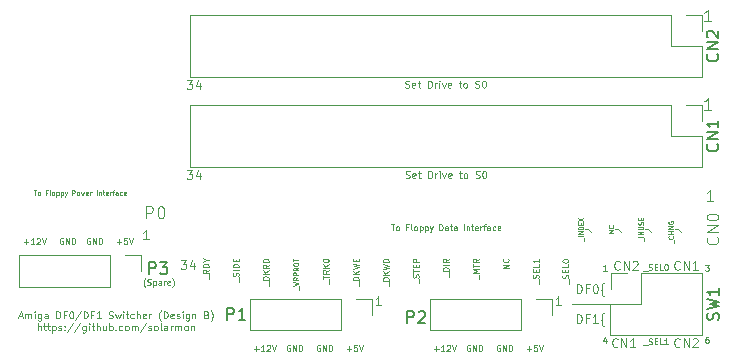
<source format=gbr>
G04 #@! TF.GenerationSoftware,KiCad,Pcbnew,(5.1.9)-1*
G04 #@! TF.CreationDate,2021-02-01T20:54:34+00:00*
G04 #@! TF.ProjectId,Amiga DF0 DF1 Switcher - Design B,416d6967-6120-4444-9630-204446312053,1*
G04 #@! TF.SameCoordinates,Original*
G04 #@! TF.FileFunction,Legend,Top*
G04 #@! TF.FilePolarity,Positive*
%FSLAX46Y46*%
G04 Gerber Fmt 4.6, Leading zero omitted, Abs format (unit mm)*
G04 Created by KiCad (PCBNEW (5.1.9)-1) date 2021-02-01 20:54:34*
%MOMM*%
%LPD*%
G01*
G04 APERTURE LIST*
%ADD10C,0.125000*%
%ADD11C,0.100000*%
%ADD12C,0.120000*%
%ADD13C,0.075000*%
%ADD14C,0.150000*%
G04 APERTURE END LIST*
D10*
X154040314Y-126684057D02*
X154126028Y-126712628D01*
X154268885Y-126712628D01*
X154326028Y-126684057D01*
X154354600Y-126655485D01*
X154383171Y-126598342D01*
X154383171Y-126541200D01*
X154354600Y-126484057D01*
X154326028Y-126455485D01*
X154268885Y-126426914D01*
X154154600Y-126398342D01*
X154097457Y-126369771D01*
X154068885Y-126341200D01*
X154040314Y-126284057D01*
X154040314Y-126226914D01*
X154068885Y-126169771D01*
X154097457Y-126141200D01*
X154154600Y-126112628D01*
X154297457Y-126112628D01*
X154383171Y-126141200D01*
X154868885Y-126684057D02*
X154811742Y-126712628D01*
X154697457Y-126712628D01*
X154640314Y-126684057D01*
X154611742Y-126626914D01*
X154611742Y-126398342D01*
X154640314Y-126341200D01*
X154697457Y-126312628D01*
X154811742Y-126312628D01*
X154868885Y-126341200D01*
X154897457Y-126398342D01*
X154897457Y-126455485D01*
X154611742Y-126512628D01*
X155068885Y-126312628D02*
X155297457Y-126312628D01*
X155154600Y-126112628D02*
X155154600Y-126626914D01*
X155183171Y-126684057D01*
X155240314Y-126712628D01*
X155297457Y-126712628D01*
X155954600Y-126712628D02*
X155954600Y-126112628D01*
X156097457Y-126112628D01*
X156183171Y-126141200D01*
X156240314Y-126198342D01*
X156268885Y-126255485D01*
X156297457Y-126369771D01*
X156297457Y-126455485D01*
X156268885Y-126569771D01*
X156240314Y-126626914D01*
X156183171Y-126684057D01*
X156097457Y-126712628D01*
X155954600Y-126712628D01*
X156554600Y-126712628D02*
X156554600Y-126312628D01*
X156554600Y-126426914D02*
X156583171Y-126369771D01*
X156611742Y-126341200D01*
X156668885Y-126312628D01*
X156726028Y-126312628D01*
X156926028Y-126712628D02*
X156926028Y-126312628D01*
X156926028Y-126112628D02*
X156897457Y-126141200D01*
X156926028Y-126169771D01*
X156954600Y-126141200D01*
X156926028Y-126112628D01*
X156926028Y-126169771D01*
X157154600Y-126312628D02*
X157297457Y-126712628D01*
X157440314Y-126312628D01*
X157897457Y-126684057D02*
X157840314Y-126712628D01*
X157726028Y-126712628D01*
X157668885Y-126684057D01*
X157640314Y-126626914D01*
X157640314Y-126398342D01*
X157668885Y-126341200D01*
X157726028Y-126312628D01*
X157840314Y-126312628D01*
X157897457Y-126341200D01*
X157926028Y-126398342D01*
X157926028Y-126455485D01*
X157640314Y-126512628D01*
X158554600Y-126312628D02*
X158783171Y-126312628D01*
X158640314Y-126112628D02*
X158640314Y-126626914D01*
X158668885Y-126684057D01*
X158726028Y-126712628D01*
X158783171Y-126712628D01*
X159068885Y-126712628D02*
X159011742Y-126684057D01*
X158983171Y-126655485D01*
X158954600Y-126598342D01*
X158954600Y-126426914D01*
X158983171Y-126369771D01*
X159011742Y-126341200D01*
X159068885Y-126312628D01*
X159154600Y-126312628D01*
X159211742Y-126341200D01*
X159240314Y-126369771D01*
X159268885Y-126426914D01*
X159268885Y-126598342D01*
X159240314Y-126655485D01*
X159211742Y-126684057D01*
X159154600Y-126712628D01*
X159068885Y-126712628D01*
X159954600Y-126684057D02*
X160040314Y-126712628D01*
X160183171Y-126712628D01*
X160240314Y-126684057D01*
X160268885Y-126655485D01*
X160297457Y-126598342D01*
X160297457Y-126541200D01*
X160268885Y-126484057D01*
X160240314Y-126455485D01*
X160183171Y-126426914D01*
X160068885Y-126398342D01*
X160011742Y-126369771D01*
X159983171Y-126341200D01*
X159954600Y-126284057D01*
X159954600Y-126226914D01*
X159983171Y-126169771D01*
X160011742Y-126141200D01*
X160068885Y-126112628D01*
X160211742Y-126112628D01*
X160297457Y-126141200D01*
X160668885Y-126112628D02*
X160726028Y-126112628D01*
X160783171Y-126141200D01*
X160811742Y-126169771D01*
X160840314Y-126226914D01*
X160868885Y-126341200D01*
X160868885Y-126484057D01*
X160840314Y-126598342D01*
X160811742Y-126655485D01*
X160783171Y-126684057D01*
X160726028Y-126712628D01*
X160668885Y-126712628D01*
X160611742Y-126684057D01*
X160583171Y-126655485D01*
X160554600Y-126598342D01*
X160526028Y-126484057D01*
X160526028Y-126341200D01*
X160554600Y-126226914D01*
X160583171Y-126169771D01*
X160611742Y-126141200D01*
X160668885Y-126112628D01*
X154065714Y-134329457D02*
X154151428Y-134358028D01*
X154294285Y-134358028D01*
X154351428Y-134329457D01*
X154380000Y-134300885D01*
X154408571Y-134243742D01*
X154408571Y-134186600D01*
X154380000Y-134129457D01*
X154351428Y-134100885D01*
X154294285Y-134072314D01*
X154180000Y-134043742D01*
X154122857Y-134015171D01*
X154094285Y-133986600D01*
X154065714Y-133929457D01*
X154065714Y-133872314D01*
X154094285Y-133815171D01*
X154122857Y-133786600D01*
X154180000Y-133758028D01*
X154322857Y-133758028D01*
X154408571Y-133786600D01*
X154894285Y-134329457D02*
X154837142Y-134358028D01*
X154722857Y-134358028D01*
X154665714Y-134329457D01*
X154637142Y-134272314D01*
X154637142Y-134043742D01*
X154665714Y-133986600D01*
X154722857Y-133958028D01*
X154837142Y-133958028D01*
X154894285Y-133986600D01*
X154922857Y-134043742D01*
X154922857Y-134100885D01*
X154637142Y-134158028D01*
X155094285Y-133958028D02*
X155322857Y-133958028D01*
X155180000Y-133758028D02*
X155180000Y-134272314D01*
X155208571Y-134329457D01*
X155265714Y-134358028D01*
X155322857Y-134358028D01*
X155980000Y-134358028D02*
X155980000Y-133758028D01*
X156122857Y-133758028D01*
X156208571Y-133786600D01*
X156265714Y-133843742D01*
X156294285Y-133900885D01*
X156322857Y-134015171D01*
X156322857Y-134100885D01*
X156294285Y-134215171D01*
X156265714Y-134272314D01*
X156208571Y-134329457D01*
X156122857Y-134358028D01*
X155980000Y-134358028D01*
X156580000Y-134358028D02*
X156580000Y-133958028D01*
X156580000Y-134072314D02*
X156608571Y-134015171D01*
X156637142Y-133986600D01*
X156694285Y-133958028D01*
X156751428Y-133958028D01*
X156951428Y-134358028D02*
X156951428Y-133958028D01*
X156951428Y-133758028D02*
X156922857Y-133786600D01*
X156951428Y-133815171D01*
X156980000Y-133786600D01*
X156951428Y-133758028D01*
X156951428Y-133815171D01*
X157180000Y-133958028D02*
X157322857Y-134358028D01*
X157465714Y-133958028D01*
X157922857Y-134329457D02*
X157865714Y-134358028D01*
X157751428Y-134358028D01*
X157694285Y-134329457D01*
X157665714Y-134272314D01*
X157665714Y-134043742D01*
X157694285Y-133986600D01*
X157751428Y-133958028D01*
X157865714Y-133958028D01*
X157922857Y-133986600D01*
X157951428Y-134043742D01*
X157951428Y-134100885D01*
X157665714Y-134158028D01*
X158580000Y-133958028D02*
X158808571Y-133958028D01*
X158665714Y-133758028D02*
X158665714Y-134272314D01*
X158694285Y-134329457D01*
X158751428Y-134358028D01*
X158808571Y-134358028D01*
X159094285Y-134358028D02*
X159037142Y-134329457D01*
X159008571Y-134300885D01*
X158980000Y-134243742D01*
X158980000Y-134072314D01*
X159008571Y-134015171D01*
X159037142Y-133986600D01*
X159094285Y-133958028D01*
X159180000Y-133958028D01*
X159237142Y-133986600D01*
X159265714Y-134015171D01*
X159294285Y-134072314D01*
X159294285Y-134243742D01*
X159265714Y-134300885D01*
X159237142Y-134329457D01*
X159180000Y-134358028D01*
X159094285Y-134358028D01*
X159980000Y-134329457D02*
X160065714Y-134358028D01*
X160208571Y-134358028D01*
X160265714Y-134329457D01*
X160294285Y-134300885D01*
X160322857Y-134243742D01*
X160322857Y-134186600D01*
X160294285Y-134129457D01*
X160265714Y-134100885D01*
X160208571Y-134072314D01*
X160094285Y-134043742D01*
X160037142Y-134015171D01*
X160008571Y-133986600D01*
X159980000Y-133929457D01*
X159980000Y-133872314D01*
X160008571Y-133815171D01*
X160037142Y-133786600D01*
X160094285Y-133758028D01*
X160237142Y-133758028D01*
X160322857Y-133786600D01*
X160694285Y-133758028D02*
X160751428Y-133758028D01*
X160808571Y-133786600D01*
X160837142Y-133815171D01*
X160865714Y-133872314D01*
X160894285Y-133986600D01*
X160894285Y-134129457D01*
X160865714Y-134243742D01*
X160837142Y-134300885D01*
X160808571Y-134329457D01*
X160751428Y-134358028D01*
X160694285Y-134358028D01*
X160637142Y-134329457D01*
X160608571Y-134300885D01*
X160580000Y-134243742D01*
X160551428Y-134129457D01*
X160551428Y-133986600D01*
X160580000Y-133872314D01*
X160608571Y-133815171D01*
X160637142Y-133786600D01*
X160694285Y-133758028D01*
D11*
X122558666Y-135416952D02*
X122787238Y-135416952D01*
X122672952Y-135816952D02*
X122672952Y-135416952D01*
X122977714Y-135816952D02*
X122939619Y-135797904D01*
X122920571Y-135778857D01*
X122901523Y-135740761D01*
X122901523Y-135626476D01*
X122920571Y-135588380D01*
X122939619Y-135569333D01*
X122977714Y-135550285D01*
X123034857Y-135550285D01*
X123072952Y-135569333D01*
X123092000Y-135588380D01*
X123111047Y-135626476D01*
X123111047Y-135740761D01*
X123092000Y-135778857D01*
X123072952Y-135797904D01*
X123034857Y-135816952D01*
X122977714Y-135816952D01*
X123720571Y-135607428D02*
X123587238Y-135607428D01*
X123587238Y-135816952D02*
X123587238Y-135416952D01*
X123777714Y-135416952D01*
X123987238Y-135816952D02*
X123949142Y-135797904D01*
X123930095Y-135759809D01*
X123930095Y-135416952D01*
X124196761Y-135816952D02*
X124158666Y-135797904D01*
X124139619Y-135778857D01*
X124120571Y-135740761D01*
X124120571Y-135626476D01*
X124139619Y-135588380D01*
X124158666Y-135569333D01*
X124196761Y-135550285D01*
X124253904Y-135550285D01*
X124292000Y-135569333D01*
X124311047Y-135588380D01*
X124330095Y-135626476D01*
X124330095Y-135740761D01*
X124311047Y-135778857D01*
X124292000Y-135797904D01*
X124253904Y-135816952D01*
X124196761Y-135816952D01*
X124501523Y-135550285D02*
X124501523Y-135950285D01*
X124501523Y-135569333D02*
X124539619Y-135550285D01*
X124615809Y-135550285D01*
X124653904Y-135569333D01*
X124672952Y-135588380D01*
X124692000Y-135626476D01*
X124692000Y-135740761D01*
X124672952Y-135778857D01*
X124653904Y-135797904D01*
X124615809Y-135816952D01*
X124539619Y-135816952D01*
X124501523Y-135797904D01*
X124863428Y-135550285D02*
X124863428Y-135950285D01*
X124863428Y-135569333D02*
X124901523Y-135550285D01*
X124977714Y-135550285D01*
X125015809Y-135569333D01*
X125034857Y-135588380D01*
X125053904Y-135626476D01*
X125053904Y-135740761D01*
X125034857Y-135778857D01*
X125015809Y-135797904D01*
X124977714Y-135816952D01*
X124901523Y-135816952D01*
X124863428Y-135797904D01*
X125187238Y-135550285D02*
X125282476Y-135816952D01*
X125377714Y-135550285D02*
X125282476Y-135816952D01*
X125244380Y-135912190D01*
X125225333Y-135931238D01*
X125187238Y-135950285D01*
X125834857Y-135816952D02*
X125834857Y-135416952D01*
X125987238Y-135416952D01*
X126025333Y-135436000D01*
X126044380Y-135455047D01*
X126063428Y-135493142D01*
X126063428Y-135550285D01*
X126044380Y-135588380D01*
X126025333Y-135607428D01*
X125987238Y-135626476D01*
X125834857Y-135626476D01*
X126292000Y-135816952D02*
X126253904Y-135797904D01*
X126234857Y-135778857D01*
X126215809Y-135740761D01*
X126215809Y-135626476D01*
X126234857Y-135588380D01*
X126253904Y-135569333D01*
X126292000Y-135550285D01*
X126349142Y-135550285D01*
X126387238Y-135569333D01*
X126406285Y-135588380D01*
X126425333Y-135626476D01*
X126425333Y-135740761D01*
X126406285Y-135778857D01*
X126387238Y-135797904D01*
X126349142Y-135816952D01*
X126292000Y-135816952D01*
X126558666Y-135550285D02*
X126634857Y-135816952D01*
X126711047Y-135626476D01*
X126787238Y-135816952D01*
X126863428Y-135550285D01*
X127168190Y-135797904D02*
X127130095Y-135816952D01*
X127053904Y-135816952D01*
X127015809Y-135797904D01*
X126996761Y-135759809D01*
X126996761Y-135607428D01*
X127015809Y-135569333D01*
X127053904Y-135550285D01*
X127130095Y-135550285D01*
X127168190Y-135569333D01*
X127187238Y-135607428D01*
X127187238Y-135645523D01*
X126996761Y-135683619D01*
X127358666Y-135816952D02*
X127358666Y-135550285D01*
X127358666Y-135626476D02*
X127377714Y-135588380D01*
X127396761Y-135569333D01*
X127434857Y-135550285D01*
X127472952Y-135550285D01*
X127911047Y-135816952D02*
X127911047Y-135416952D01*
X128101523Y-135550285D02*
X128101523Y-135816952D01*
X128101523Y-135588380D02*
X128120571Y-135569333D01*
X128158666Y-135550285D01*
X128215809Y-135550285D01*
X128253904Y-135569333D01*
X128272952Y-135607428D01*
X128272952Y-135816952D01*
X128406285Y-135550285D02*
X128558666Y-135550285D01*
X128463428Y-135416952D02*
X128463428Y-135759809D01*
X128482476Y-135797904D01*
X128520571Y-135816952D01*
X128558666Y-135816952D01*
X128844380Y-135797904D02*
X128806285Y-135816952D01*
X128730095Y-135816952D01*
X128692000Y-135797904D01*
X128672952Y-135759809D01*
X128672952Y-135607428D01*
X128692000Y-135569333D01*
X128730095Y-135550285D01*
X128806285Y-135550285D01*
X128844380Y-135569333D01*
X128863428Y-135607428D01*
X128863428Y-135645523D01*
X128672952Y-135683619D01*
X129034857Y-135816952D02*
X129034857Y-135550285D01*
X129034857Y-135626476D02*
X129053904Y-135588380D01*
X129072952Y-135569333D01*
X129111047Y-135550285D01*
X129149142Y-135550285D01*
X129225333Y-135550285D02*
X129377714Y-135550285D01*
X129282476Y-135816952D02*
X129282476Y-135474095D01*
X129301523Y-135436000D01*
X129339619Y-135416952D01*
X129377714Y-135416952D01*
X129682476Y-135816952D02*
X129682476Y-135607428D01*
X129663428Y-135569333D01*
X129625333Y-135550285D01*
X129549142Y-135550285D01*
X129511047Y-135569333D01*
X129682476Y-135797904D02*
X129644380Y-135816952D01*
X129549142Y-135816952D01*
X129511047Y-135797904D01*
X129492000Y-135759809D01*
X129492000Y-135721714D01*
X129511047Y-135683619D01*
X129549142Y-135664571D01*
X129644380Y-135664571D01*
X129682476Y-135645523D01*
X130044380Y-135797904D02*
X130006285Y-135816952D01*
X129930095Y-135816952D01*
X129892000Y-135797904D01*
X129872952Y-135778857D01*
X129853904Y-135740761D01*
X129853904Y-135626476D01*
X129872952Y-135588380D01*
X129892000Y-135569333D01*
X129930095Y-135550285D01*
X130006285Y-135550285D01*
X130044380Y-135569333D01*
X130368190Y-135797904D02*
X130330095Y-135816952D01*
X130253904Y-135816952D01*
X130215809Y-135797904D01*
X130196761Y-135759809D01*
X130196761Y-135607428D01*
X130215809Y-135569333D01*
X130253904Y-135550285D01*
X130330095Y-135550285D01*
X130368190Y-135569333D01*
X130387238Y-135607428D01*
X130387238Y-135645523D01*
X130196761Y-135683619D01*
D10*
X132103904Y-137764780D02*
X132103904Y-136764780D01*
X132484857Y-136764780D01*
X132580095Y-136812400D01*
X132627714Y-136860019D01*
X132675333Y-136955257D01*
X132675333Y-137098114D01*
X132627714Y-137193352D01*
X132580095Y-137240971D01*
X132484857Y-137288590D01*
X132103904Y-137288590D01*
X133294380Y-136764780D02*
X133389619Y-136764780D01*
X133484857Y-136812400D01*
X133532476Y-136860019D01*
X133580095Y-136955257D01*
X133627714Y-137145733D01*
X133627714Y-137383828D01*
X133580095Y-137574304D01*
X133532476Y-137669542D01*
X133484857Y-137717161D01*
X133389619Y-137764780D01*
X133294380Y-137764780D01*
X133199142Y-137717161D01*
X133151523Y-137669542D01*
X133103904Y-137574304D01*
X133056285Y-137383828D01*
X133056285Y-137145733D01*
X133103904Y-136955257D01*
X133151523Y-136860019D01*
X133199142Y-136812400D01*
X133294380Y-136764780D01*
D11*
X177088800Y-138684000D02*
X177342800Y-138938000D01*
X176834800Y-138684000D02*
X177088800Y-138684000D01*
X174548800Y-138684000D02*
X174802800Y-138938000D01*
X174294800Y-138684000D02*
X174548800Y-138684000D01*
X172034200Y-138684000D02*
X172288200Y-138938000D01*
X169468800Y-138684000D02*
X169722800Y-138938000D01*
X171780200Y-138684000D02*
X172034200Y-138684000D01*
X169214800Y-138684000D02*
X169468800Y-138684000D01*
D10*
X152825238Y-138283190D02*
X153110952Y-138283190D01*
X152968095Y-138783190D02*
X152968095Y-138283190D01*
X153349047Y-138783190D02*
X153301428Y-138759380D01*
X153277619Y-138735571D01*
X153253809Y-138687952D01*
X153253809Y-138545095D01*
X153277619Y-138497476D01*
X153301428Y-138473666D01*
X153349047Y-138449857D01*
X153420476Y-138449857D01*
X153468095Y-138473666D01*
X153491904Y-138497476D01*
X153515714Y-138545095D01*
X153515714Y-138687952D01*
X153491904Y-138735571D01*
X153468095Y-138759380D01*
X153420476Y-138783190D01*
X153349047Y-138783190D01*
X154277619Y-138521285D02*
X154110952Y-138521285D01*
X154110952Y-138783190D02*
X154110952Y-138283190D01*
X154349047Y-138283190D01*
X154610952Y-138783190D02*
X154563333Y-138759380D01*
X154539523Y-138711761D01*
X154539523Y-138283190D01*
X154872857Y-138783190D02*
X154825238Y-138759380D01*
X154801428Y-138735571D01*
X154777619Y-138687952D01*
X154777619Y-138545095D01*
X154801428Y-138497476D01*
X154825238Y-138473666D01*
X154872857Y-138449857D01*
X154944285Y-138449857D01*
X154991904Y-138473666D01*
X155015714Y-138497476D01*
X155039523Y-138545095D01*
X155039523Y-138687952D01*
X155015714Y-138735571D01*
X154991904Y-138759380D01*
X154944285Y-138783190D01*
X154872857Y-138783190D01*
X155253809Y-138449857D02*
X155253809Y-138949857D01*
X155253809Y-138473666D02*
X155301428Y-138449857D01*
X155396666Y-138449857D01*
X155444285Y-138473666D01*
X155468095Y-138497476D01*
X155491904Y-138545095D01*
X155491904Y-138687952D01*
X155468095Y-138735571D01*
X155444285Y-138759380D01*
X155396666Y-138783190D01*
X155301428Y-138783190D01*
X155253809Y-138759380D01*
X155706190Y-138449857D02*
X155706190Y-138949857D01*
X155706190Y-138473666D02*
X155753809Y-138449857D01*
X155849047Y-138449857D01*
X155896666Y-138473666D01*
X155920476Y-138497476D01*
X155944285Y-138545095D01*
X155944285Y-138687952D01*
X155920476Y-138735571D01*
X155896666Y-138759380D01*
X155849047Y-138783190D01*
X155753809Y-138783190D01*
X155706190Y-138759380D01*
X156110952Y-138449857D02*
X156230000Y-138783190D01*
X156349047Y-138449857D02*
X156230000Y-138783190D01*
X156182380Y-138902238D01*
X156158571Y-138926047D01*
X156110952Y-138949857D01*
X156920476Y-138783190D02*
X156920476Y-138283190D01*
X157039523Y-138283190D01*
X157110952Y-138307000D01*
X157158571Y-138354619D01*
X157182380Y-138402238D01*
X157206190Y-138497476D01*
X157206190Y-138568904D01*
X157182380Y-138664142D01*
X157158571Y-138711761D01*
X157110952Y-138759380D01*
X157039523Y-138783190D01*
X156920476Y-138783190D01*
X157634761Y-138783190D02*
X157634761Y-138521285D01*
X157610952Y-138473666D01*
X157563333Y-138449857D01*
X157468095Y-138449857D01*
X157420476Y-138473666D01*
X157634761Y-138759380D02*
X157587142Y-138783190D01*
X157468095Y-138783190D01*
X157420476Y-138759380D01*
X157396666Y-138711761D01*
X157396666Y-138664142D01*
X157420476Y-138616523D01*
X157468095Y-138592714D01*
X157587142Y-138592714D01*
X157634761Y-138568904D01*
X157801428Y-138449857D02*
X157991904Y-138449857D01*
X157872857Y-138283190D02*
X157872857Y-138711761D01*
X157896666Y-138759380D01*
X157944285Y-138783190D01*
X157991904Y-138783190D01*
X158372857Y-138783190D02*
X158372857Y-138521285D01*
X158349047Y-138473666D01*
X158301428Y-138449857D01*
X158206190Y-138449857D01*
X158158571Y-138473666D01*
X158372857Y-138759380D02*
X158325238Y-138783190D01*
X158206190Y-138783190D01*
X158158571Y-138759380D01*
X158134761Y-138711761D01*
X158134761Y-138664142D01*
X158158571Y-138616523D01*
X158206190Y-138592714D01*
X158325238Y-138592714D01*
X158372857Y-138568904D01*
X158991904Y-138783190D02*
X158991904Y-138283190D01*
X159230000Y-138449857D02*
X159230000Y-138783190D01*
X159230000Y-138497476D02*
X159253809Y-138473666D01*
X159301428Y-138449857D01*
X159372857Y-138449857D01*
X159420476Y-138473666D01*
X159444285Y-138521285D01*
X159444285Y-138783190D01*
X159610952Y-138449857D02*
X159801428Y-138449857D01*
X159682380Y-138283190D02*
X159682380Y-138711761D01*
X159706190Y-138759380D01*
X159753809Y-138783190D01*
X159801428Y-138783190D01*
X160158571Y-138759380D02*
X160110952Y-138783190D01*
X160015714Y-138783190D01*
X159968095Y-138759380D01*
X159944285Y-138711761D01*
X159944285Y-138521285D01*
X159968095Y-138473666D01*
X160015714Y-138449857D01*
X160110952Y-138449857D01*
X160158571Y-138473666D01*
X160182380Y-138521285D01*
X160182380Y-138568904D01*
X159944285Y-138616523D01*
X160396666Y-138783190D02*
X160396666Y-138449857D01*
X160396666Y-138545095D02*
X160420476Y-138497476D01*
X160444285Y-138473666D01*
X160491904Y-138449857D01*
X160539523Y-138449857D01*
X160634761Y-138449857D02*
X160825238Y-138449857D01*
X160706190Y-138783190D02*
X160706190Y-138354619D01*
X160730000Y-138307000D01*
X160777619Y-138283190D01*
X160825238Y-138283190D01*
X161206190Y-138783190D02*
X161206190Y-138521285D01*
X161182380Y-138473666D01*
X161134761Y-138449857D01*
X161039523Y-138449857D01*
X160991904Y-138473666D01*
X161206190Y-138759380D02*
X161158571Y-138783190D01*
X161039523Y-138783190D01*
X160991904Y-138759380D01*
X160968095Y-138711761D01*
X160968095Y-138664142D01*
X160991904Y-138616523D01*
X161039523Y-138592714D01*
X161158571Y-138592714D01*
X161206190Y-138568904D01*
X161658571Y-138759380D02*
X161610952Y-138783190D01*
X161515714Y-138783190D01*
X161468095Y-138759380D01*
X161444285Y-138735571D01*
X161420476Y-138687952D01*
X161420476Y-138545095D01*
X161444285Y-138497476D01*
X161468095Y-138473666D01*
X161515714Y-138449857D01*
X161610952Y-138449857D01*
X161658571Y-138473666D01*
X162063333Y-138759380D02*
X162015714Y-138783190D01*
X161920476Y-138783190D01*
X161872857Y-138759380D01*
X161849047Y-138711761D01*
X161849047Y-138521285D01*
X161872857Y-138473666D01*
X161920476Y-138449857D01*
X162015714Y-138449857D01*
X162063333Y-138473666D01*
X162087142Y-138521285D01*
X162087142Y-138568904D01*
X161849047Y-138616523D01*
X135536857Y-126081285D02*
X136001142Y-126081285D01*
X135751142Y-126367000D01*
X135858285Y-126367000D01*
X135929714Y-126402714D01*
X135965428Y-126438428D01*
X136001142Y-126509857D01*
X136001142Y-126688428D01*
X135965428Y-126759857D01*
X135929714Y-126795571D01*
X135858285Y-126831285D01*
X135644000Y-126831285D01*
X135572571Y-126795571D01*
X135536857Y-126759857D01*
X136644000Y-126331285D02*
X136644000Y-126831285D01*
X136465428Y-126045571D02*
X136286857Y-126581285D01*
X136751142Y-126581285D01*
X135536857Y-133701285D02*
X136001142Y-133701285D01*
X135751142Y-133987000D01*
X135858285Y-133987000D01*
X135929714Y-134022714D01*
X135965428Y-134058428D01*
X136001142Y-134129857D01*
X136001142Y-134308428D01*
X135965428Y-134379857D01*
X135929714Y-134415571D01*
X135858285Y-134451285D01*
X135644000Y-134451285D01*
X135572571Y-134415571D01*
X135536857Y-134379857D01*
X136644000Y-133951285D02*
X136644000Y-134451285D01*
X136465428Y-133665571D02*
X136286857Y-134201285D01*
X136751142Y-134201285D01*
D12*
X171450000Y-145034000D02*
X168148000Y-145034000D01*
D10*
X135028857Y-141321285D02*
X135493142Y-141321285D01*
X135243142Y-141607000D01*
X135350285Y-141607000D01*
X135421714Y-141642714D01*
X135457428Y-141678428D01*
X135493142Y-141749857D01*
X135493142Y-141928428D01*
X135457428Y-141999857D01*
X135421714Y-142035571D01*
X135350285Y-142071285D01*
X135136000Y-142071285D01*
X135064571Y-142035571D01*
X135028857Y-141999857D01*
X136136000Y-141571285D02*
X136136000Y-142071285D01*
X135957428Y-141285571D02*
X135778857Y-141821285D01*
X136243142Y-141821285D01*
X180443142Y-139374476D02*
X180490761Y-139422095D01*
X180538380Y-139564952D01*
X180538380Y-139660190D01*
X180490761Y-139803047D01*
X180395523Y-139898285D01*
X180300285Y-139945904D01*
X180109809Y-139993523D01*
X179966952Y-139993523D01*
X179776476Y-139945904D01*
X179681238Y-139898285D01*
X179586000Y-139803047D01*
X179538380Y-139660190D01*
X179538380Y-139564952D01*
X179586000Y-139422095D01*
X179633619Y-139374476D01*
X180538380Y-138945904D02*
X179538380Y-138945904D01*
X180538380Y-138374476D01*
X179538380Y-138374476D01*
X179538380Y-137707809D02*
X179538380Y-137612571D01*
X179586000Y-137517333D01*
X179633619Y-137469714D01*
X179728857Y-137422095D01*
X179919333Y-137374476D01*
X180157428Y-137374476D01*
X180347904Y-137422095D01*
X180443142Y-137469714D01*
X180490761Y-137517333D01*
X180538380Y-137612571D01*
X180538380Y-137707809D01*
X180490761Y-137803047D01*
X180443142Y-137850666D01*
X180347904Y-137898285D01*
X180157428Y-137945904D01*
X179919333Y-137945904D01*
X179728857Y-137898285D01*
X179633619Y-137850666D01*
X179586000Y-137803047D01*
X179538380Y-137707809D01*
X168547000Y-146643285D02*
X168547000Y-145893285D01*
X168725571Y-145893285D01*
X168832714Y-145929000D01*
X168904142Y-146000428D01*
X168939857Y-146071857D01*
X168975571Y-146214714D01*
X168975571Y-146321857D01*
X168939857Y-146464714D01*
X168904142Y-146536142D01*
X168832714Y-146607571D01*
X168725571Y-146643285D01*
X168547000Y-146643285D01*
X169547000Y-146250428D02*
X169297000Y-146250428D01*
X169297000Y-146643285D02*
X169297000Y-145893285D01*
X169654142Y-145893285D01*
X170332714Y-146643285D02*
X169904142Y-146643285D01*
X170118428Y-146643285D02*
X170118428Y-145893285D01*
X170047000Y-146000428D01*
X169975571Y-146071857D01*
X169904142Y-146107571D01*
X170868428Y-146929000D02*
X170832714Y-146929000D01*
X170761285Y-146893285D01*
X170725571Y-146821857D01*
X170725571Y-146464714D01*
X170689857Y-146393285D01*
X170618428Y-146357571D01*
X170689857Y-146321857D01*
X170725571Y-146250428D01*
X170725571Y-145893285D01*
X170761285Y-145821857D01*
X170832714Y-145786142D01*
X170868428Y-145786142D01*
X168547000Y-144103285D02*
X168547000Y-143353285D01*
X168725571Y-143353285D01*
X168832714Y-143389000D01*
X168904142Y-143460428D01*
X168939857Y-143531857D01*
X168975571Y-143674714D01*
X168975571Y-143781857D01*
X168939857Y-143924714D01*
X168904142Y-143996142D01*
X168832714Y-144067571D01*
X168725571Y-144103285D01*
X168547000Y-144103285D01*
X169547000Y-143710428D02*
X169297000Y-143710428D01*
X169297000Y-144103285D02*
X169297000Y-143353285D01*
X169654142Y-143353285D01*
X170082714Y-143353285D02*
X170154142Y-143353285D01*
X170225571Y-143389000D01*
X170261285Y-143424714D01*
X170297000Y-143496142D01*
X170332714Y-143639000D01*
X170332714Y-143817571D01*
X170297000Y-143960428D01*
X170261285Y-144031857D01*
X170225571Y-144067571D01*
X170154142Y-144103285D01*
X170082714Y-144103285D01*
X170011285Y-144067571D01*
X169975571Y-144031857D01*
X169939857Y-143960428D01*
X169904142Y-143817571D01*
X169904142Y-143639000D01*
X169939857Y-143496142D01*
X169975571Y-143424714D01*
X170011285Y-143389000D01*
X170082714Y-143353285D01*
X170868428Y-144389000D02*
X170832714Y-144389000D01*
X170761285Y-144353285D01*
X170725571Y-144281857D01*
X170725571Y-143924714D01*
X170689857Y-143853285D01*
X170618428Y-143817571D01*
X170689857Y-143781857D01*
X170725571Y-143710428D01*
X170725571Y-143353285D01*
X170761285Y-143281857D01*
X170832714Y-143246142D01*
X170868428Y-143246142D01*
X121325714Y-146069300D02*
X121611428Y-146069300D01*
X121268571Y-146240728D02*
X121468571Y-145640728D01*
X121668571Y-146240728D01*
X121868571Y-146240728D02*
X121868571Y-145840728D01*
X121868571Y-145897871D02*
X121897142Y-145869300D01*
X121954285Y-145840728D01*
X122040000Y-145840728D01*
X122097142Y-145869300D01*
X122125714Y-145926442D01*
X122125714Y-146240728D01*
X122125714Y-145926442D02*
X122154285Y-145869300D01*
X122211428Y-145840728D01*
X122297142Y-145840728D01*
X122354285Y-145869300D01*
X122382857Y-145926442D01*
X122382857Y-146240728D01*
X122668571Y-146240728D02*
X122668571Y-145840728D01*
X122668571Y-145640728D02*
X122640000Y-145669300D01*
X122668571Y-145697871D01*
X122697142Y-145669300D01*
X122668571Y-145640728D01*
X122668571Y-145697871D01*
X123211428Y-145840728D02*
X123211428Y-146326442D01*
X123182857Y-146383585D01*
X123154285Y-146412157D01*
X123097142Y-146440728D01*
X123011428Y-146440728D01*
X122954285Y-146412157D01*
X123211428Y-146212157D02*
X123154285Y-146240728D01*
X123040000Y-146240728D01*
X122982857Y-146212157D01*
X122954285Y-146183585D01*
X122925714Y-146126442D01*
X122925714Y-145955014D01*
X122954285Y-145897871D01*
X122982857Y-145869300D01*
X123040000Y-145840728D01*
X123154285Y-145840728D01*
X123211428Y-145869300D01*
X123754285Y-146240728D02*
X123754285Y-145926442D01*
X123725714Y-145869300D01*
X123668571Y-145840728D01*
X123554285Y-145840728D01*
X123497142Y-145869300D01*
X123754285Y-146212157D02*
X123697142Y-146240728D01*
X123554285Y-146240728D01*
X123497142Y-146212157D01*
X123468571Y-146155014D01*
X123468571Y-146097871D01*
X123497142Y-146040728D01*
X123554285Y-146012157D01*
X123697142Y-146012157D01*
X123754285Y-145983585D01*
X124497142Y-146240728D02*
X124497142Y-145640728D01*
X124640000Y-145640728D01*
X124725714Y-145669300D01*
X124782857Y-145726442D01*
X124811428Y-145783585D01*
X124840000Y-145897871D01*
X124840000Y-145983585D01*
X124811428Y-146097871D01*
X124782857Y-146155014D01*
X124725714Y-146212157D01*
X124640000Y-146240728D01*
X124497142Y-146240728D01*
X125297142Y-145926442D02*
X125097142Y-145926442D01*
X125097142Y-146240728D02*
X125097142Y-145640728D01*
X125382857Y-145640728D01*
X125725714Y-145640728D02*
X125782857Y-145640728D01*
X125840000Y-145669300D01*
X125868571Y-145697871D01*
X125897142Y-145755014D01*
X125925714Y-145869300D01*
X125925714Y-146012157D01*
X125897142Y-146126442D01*
X125868571Y-146183585D01*
X125840000Y-146212157D01*
X125782857Y-146240728D01*
X125725714Y-146240728D01*
X125668571Y-146212157D01*
X125640000Y-146183585D01*
X125611428Y-146126442D01*
X125582857Y-146012157D01*
X125582857Y-145869300D01*
X125611428Y-145755014D01*
X125640000Y-145697871D01*
X125668571Y-145669300D01*
X125725714Y-145640728D01*
X126611428Y-145612157D02*
X126097142Y-146383585D01*
X126811428Y-146240728D02*
X126811428Y-145640728D01*
X126954285Y-145640728D01*
X127040000Y-145669300D01*
X127097142Y-145726442D01*
X127125714Y-145783585D01*
X127154285Y-145897871D01*
X127154285Y-145983585D01*
X127125714Y-146097871D01*
X127097142Y-146155014D01*
X127040000Y-146212157D01*
X126954285Y-146240728D01*
X126811428Y-146240728D01*
X127611428Y-145926442D02*
X127411428Y-145926442D01*
X127411428Y-146240728D02*
X127411428Y-145640728D01*
X127697142Y-145640728D01*
X128240000Y-146240728D02*
X127897142Y-146240728D01*
X128068571Y-146240728D02*
X128068571Y-145640728D01*
X128011428Y-145726442D01*
X127954285Y-145783585D01*
X127897142Y-145812157D01*
X128925714Y-146212157D02*
X129011428Y-146240728D01*
X129154285Y-146240728D01*
X129211428Y-146212157D01*
X129240000Y-146183585D01*
X129268571Y-146126442D01*
X129268571Y-146069300D01*
X129240000Y-146012157D01*
X129211428Y-145983585D01*
X129154285Y-145955014D01*
X129040000Y-145926442D01*
X128982857Y-145897871D01*
X128954285Y-145869300D01*
X128925714Y-145812157D01*
X128925714Y-145755014D01*
X128954285Y-145697871D01*
X128982857Y-145669300D01*
X129040000Y-145640728D01*
X129182857Y-145640728D01*
X129268571Y-145669300D01*
X129468571Y-145840728D02*
X129582857Y-146240728D01*
X129697142Y-145955014D01*
X129811428Y-146240728D01*
X129925714Y-145840728D01*
X130154285Y-146240728D02*
X130154285Y-145840728D01*
X130154285Y-145640728D02*
X130125714Y-145669300D01*
X130154285Y-145697871D01*
X130182857Y-145669300D01*
X130154285Y-145640728D01*
X130154285Y-145697871D01*
X130354285Y-145840728D02*
X130582857Y-145840728D01*
X130440000Y-145640728D02*
X130440000Y-146155014D01*
X130468571Y-146212157D01*
X130525714Y-146240728D01*
X130582857Y-146240728D01*
X131040000Y-146212157D02*
X130982857Y-146240728D01*
X130868571Y-146240728D01*
X130811428Y-146212157D01*
X130782857Y-146183585D01*
X130754285Y-146126442D01*
X130754285Y-145955014D01*
X130782857Y-145897871D01*
X130811428Y-145869300D01*
X130868571Y-145840728D01*
X130982857Y-145840728D01*
X131040000Y-145869300D01*
X131297142Y-146240728D02*
X131297142Y-145640728D01*
X131554285Y-146240728D02*
X131554285Y-145926442D01*
X131525714Y-145869300D01*
X131468571Y-145840728D01*
X131382857Y-145840728D01*
X131325714Y-145869300D01*
X131297142Y-145897871D01*
X132068571Y-146212157D02*
X132011428Y-146240728D01*
X131897142Y-146240728D01*
X131840000Y-146212157D01*
X131811428Y-146155014D01*
X131811428Y-145926442D01*
X131840000Y-145869300D01*
X131897142Y-145840728D01*
X132011428Y-145840728D01*
X132068571Y-145869300D01*
X132097142Y-145926442D01*
X132097142Y-145983585D01*
X131811428Y-146040728D01*
X132354285Y-146240728D02*
X132354285Y-145840728D01*
X132354285Y-145955014D02*
X132382857Y-145897871D01*
X132411428Y-145869300D01*
X132468571Y-145840728D01*
X132525714Y-145840728D01*
X133354285Y-146469300D02*
X133325714Y-146440728D01*
X133268571Y-146355014D01*
X133240000Y-146297871D01*
X133211428Y-146212157D01*
X133182857Y-146069300D01*
X133182857Y-145955014D01*
X133211428Y-145812157D01*
X133240000Y-145726442D01*
X133268571Y-145669300D01*
X133325714Y-145583585D01*
X133354285Y-145555014D01*
X133582857Y-146240728D02*
X133582857Y-145640728D01*
X133725714Y-145640728D01*
X133811428Y-145669300D01*
X133868571Y-145726442D01*
X133897142Y-145783585D01*
X133925714Y-145897871D01*
X133925714Y-145983585D01*
X133897142Y-146097871D01*
X133868571Y-146155014D01*
X133811428Y-146212157D01*
X133725714Y-146240728D01*
X133582857Y-146240728D01*
X134411428Y-146212157D02*
X134354285Y-146240728D01*
X134240000Y-146240728D01*
X134182857Y-146212157D01*
X134154285Y-146155014D01*
X134154285Y-145926442D01*
X134182857Y-145869300D01*
X134240000Y-145840728D01*
X134354285Y-145840728D01*
X134411428Y-145869300D01*
X134440000Y-145926442D01*
X134440000Y-145983585D01*
X134154285Y-146040728D01*
X134668571Y-146212157D02*
X134725714Y-146240728D01*
X134840000Y-146240728D01*
X134897142Y-146212157D01*
X134925714Y-146155014D01*
X134925714Y-146126442D01*
X134897142Y-146069300D01*
X134840000Y-146040728D01*
X134754285Y-146040728D01*
X134697142Y-146012157D01*
X134668571Y-145955014D01*
X134668571Y-145926442D01*
X134697142Y-145869300D01*
X134754285Y-145840728D01*
X134840000Y-145840728D01*
X134897142Y-145869300D01*
X135182857Y-146240728D02*
X135182857Y-145840728D01*
X135182857Y-145640728D02*
X135154285Y-145669300D01*
X135182857Y-145697871D01*
X135211428Y-145669300D01*
X135182857Y-145640728D01*
X135182857Y-145697871D01*
X135725714Y-145840728D02*
X135725714Y-146326442D01*
X135697142Y-146383585D01*
X135668571Y-146412157D01*
X135611428Y-146440728D01*
X135525714Y-146440728D01*
X135468571Y-146412157D01*
X135725714Y-146212157D02*
X135668571Y-146240728D01*
X135554285Y-146240728D01*
X135497142Y-146212157D01*
X135468571Y-146183585D01*
X135440000Y-146126442D01*
X135440000Y-145955014D01*
X135468571Y-145897871D01*
X135497142Y-145869300D01*
X135554285Y-145840728D01*
X135668571Y-145840728D01*
X135725714Y-145869300D01*
X136011428Y-145840728D02*
X136011428Y-146240728D01*
X136011428Y-145897871D02*
X136040000Y-145869300D01*
X136097142Y-145840728D01*
X136182857Y-145840728D01*
X136240000Y-145869300D01*
X136268571Y-145926442D01*
X136268571Y-146240728D01*
X137211428Y-145926442D02*
X137297142Y-145955014D01*
X137325714Y-145983585D01*
X137354285Y-146040728D01*
X137354285Y-146126442D01*
X137325714Y-146183585D01*
X137297142Y-146212157D01*
X137240000Y-146240728D01*
X137011428Y-146240728D01*
X137011428Y-145640728D01*
X137211428Y-145640728D01*
X137268571Y-145669300D01*
X137297142Y-145697871D01*
X137325714Y-145755014D01*
X137325714Y-145812157D01*
X137297142Y-145869300D01*
X137268571Y-145897871D01*
X137211428Y-145926442D01*
X137011428Y-145926442D01*
X137554285Y-146469300D02*
X137582857Y-146440728D01*
X137640000Y-146355014D01*
X137668571Y-146297871D01*
X137697142Y-146212157D01*
X137725714Y-146069300D01*
X137725714Y-145955014D01*
X137697142Y-145812157D01*
X137668571Y-145726442D01*
X137640000Y-145669300D01*
X137582857Y-145583585D01*
X137554285Y-145555014D01*
X122925714Y-147265728D02*
X122925714Y-146665728D01*
X123182857Y-147265728D02*
X123182857Y-146951442D01*
X123154285Y-146894300D01*
X123097142Y-146865728D01*
X123011428Y-146865728D01*
X122954285Y-146894300D01*
X122925714Y-146922871D01*
X123382857Y-146865728D02*
X123611428Y-146865728D01*
X123468571Y-146665728D02*
X123468571Y-147180014D01*
X123497142Y-147237157D01*
X123554285Y-147265728D01*
X123611428Y-147265728D01*
X123725714Y-146865728D02*
X123954285Y-146865728D01*
X123811428Y-146665728D02*
X123811428Y-147180014D01*
X123839999Y-147237157D01*
X123897142Y-147265728D01*
X123954285Y-147265728D01*
X124154285Y-146865728D02*
X124154285Y-147465728D01*
X124154285Y-146894300D02*
X124211428Y-146865728D01*
X124325714Y-146865728D01*
X124382857Y-146894300D01*
X124411428Y-146922871D01*
X124439999Y-146980014D01*
X124439999Y-147151442D01*
X124411428Y-147208585D01*
X124382857Y-147237157D01*
X124325714Y-147265728D01*
X124211428Y-147265728D01*
X124154285Y-147237157D01*
X124668571Y-147237157D02*
X124725714Y-147265728D01*
X124839999Y-147265728D01*
X124897142Y-147237157D01*
X124925714Y-147180014D01*
X124925714Y-147151442D01*
X124897142Y-147094300D01*
X124839999Y-147065728D01*
X124754285Y-147065728D01*
X124697142Y-147037157D01*
X124668571Y-146980014D01*
X124668571Y-146951442D01*
X124697142Y-146894300D01*
X124754285Y-146865728D01*
X124839999Y-146865728D01*
X124897142Y-146894300D01*
X125182857Y-147208585D02*
X125211428Y-147237157D01*
X125182857Y-147265728D01*
X125154285Y-147237157D01*
X125182857Y-147208585D01*
X125182857Y-147265728D01*
X125182857Y-146894300D02*
X125211428Y-146922871D01*
X125182857Y-146951442D01*
X125154285Y-146922871D01*
X125182857Y-146894300D01*
X125182857Y-146951442D01*
X125897142Y-146637157D02*
X125382857Y-147408585D01*
X126525714Y-146637157D02*
X126011428Y-147408585D01*
X126982857Y-146865728D02*
X126982857Y-147351442D01*
X126954285Y-147408585D01*
X126925714Y-147437157D01*
X126868571Y-147465728D01*
X126782857Y-147465728D01*
X126725714Y-147437157D01*
X126982857Y-147237157D02*
X126925714Y-147265728D01*
X126811428Y-147265728D01*
X126754285Y-147237157D01*
X126725714Y-147208585D01*
X126697142Y-147151442D01*
X126697142Y-146980014D01*
X126725714Y-146922871D01*
X126754285Y-146894300D01*
X126811428Y-146865728D01*
X126925714Y-146865728D01*
X126982857Y-146894300D01*
X127268571Y-147265728D02*
X127268571Y-146865728D01*
X127268571Y-146665728D02*
X127239999Y-146694300D01*
X127268571Y-146722871D01*
X127297142Y-146694300D01*
X127268571Y-146665728D01*
X127268571Y-146722871D01*
X127468571Y-146865728D02*
X127697142Y-146865728D01*
X127554285Y-146665728D02*
X127554285Y-147180014D01*
X127582857Y-147237157D01*
X127639999Y-147265728D01*
X127697142Y-147265728D01*
X127897142Y-147265728D02*
X127897142Y-146665728D01*
X128154285Y-147265728D02*
X128154285Y-146951442D01*
X128125714Y-146894300D01*
X128068571Y-146865728D01*
X127982857Y-146865728D01*
X127925714Y-146894300D01*
X127897142Y-146922871D01*
X128697142Y-146865728D02*
X128697142Y-147265728D01*
X128439999Y-146865728D02*
X128439999Y-147180014D01*
X128468571Y-147237157D01*
X128525714Y-147265728D01*
X128611428Y-147265728D01*
X128668571Y-147237157D01*
X128697142Y-147208585D01*
X128982857Y-147265728D02*
X128982857Y-146665728D01*
X128982857Y-146894300D02*
X129039999Y-146865728D01*
X129154285Y-146865728D01*
X129211428Y-146894300D01*
X129239999Y-146922871D01*
X129268571Y-146980014D01*
X129268571Y-147151442D01*
X129239999Y-147208585D01*
X129211428Y-147237157D01*
X129154285Y-147265728D01*
X129039999Y-147265728D01*
X128982857Y-147237157D01*
X129525714Y-147208585D02*
X129554285Y-147237157D01*
X129525714Y-147265728D01*
X129497142Y-147237157D01*
X129525714Y-147208585D01*
X129525714Y-147265728D01*
X130068571Y-147237157D02*
X130011428Y-147265728D01*
X129897142Y-147265728D01*
X129839999Y-147237157D01*
X129811428Y-147208585D01*
X129782857Y-147151442D01*
X129782857Y-146980014D01*
X129811428Y-146922871D01*
X129839999Y-146894300D01*
X129897142Y-146865728D01*
X130011428Y-146865728D01*
X130068571Y-146894300D01*
X130411428Y-147265728D02*
X130354285Y-147237157D01*
X130325714Y-147208585D01*
X130297142Y-147151442D01*
X130297142Y-146980014D01*
X130325714Y-146922871D01*
X130354285Y-146894300D01*
X130411428Y-146865728D01*
X130497142Y-146865728D01*
X130554285Y-146894300D01*
X130582857Y-146922871D01*
X130611428Y-146980014D01*
X130611428Y-147151442D01*
X130582857Y-147208585D01*
X130554285Y-147237157D01*
X130497142Y-147265728D01*
X130411428Y-147265728D01*
X130868571Y-147265728D02*
X130868571Y-146865728D01*
X130868571Y-146922871D02*
X130897142Y-146894300D01*
X130954285Y-146865728D01*
X131039999Y-146865728D01*
X131097142Y-146894300D01*
X131125714Y-146951442D01*
X131125714Y-147265728D01*
X131125714Y-146951442D02*
X131154285Y-146894300D01*
X131211428Y-146865728D01*
X131297142Y-146865728D01*
X131354285Y-146894300D01*
X131382857Y-146951442D01*
X131382857Y-147265728D01*
X132097142Y-146637157D02*
X131582857Y-147408585D01*
X132268571Y-147237157D02*
X132325714Y-147265728D01*
X132439999Y-147265728D01*
X132497142Y-147237157D01*
X132525714Y-147180014D01*
X132525714Y-147151442D01*
X132497142Y-147094300D01*
X132439999Y-147065728D01*
X132354285Y-147065728D01*
X132297142Y-147037157D01*
X132268571Y-146980014D01*
X132268571Y-146951442D01*
X132297142Y-146894300D01*
X132354285Y-146865728D01*
X132439999Y-146865728D01*
X132497142Y-146894300D01*
X132868571Y-147265728D02*
X132811428Y-147237157D01*
X132782857Y-147208585D01*
X132754285Y-147151442D01*
X132754285Y-146980014D01*
X132782857Y-146922871D01*
X132811428Y-146894300D01*
X132868571Y-146865728D01*
X132954285Y-146865728D01*
X133011428Y-146894300D01*
X133039999Y-146922871D01*
X133068571Y-146980014D01*
X133068571Y-147151442D01*
X133039999Y-147208585D01*
X133011428Y-147237157D01*
X132954285Y-147265728D01*
X132868571Y-147265728D01*
X133411428Y-147265728D02*
X133354285Y-147237157D01*
X133325714Y-147180014D01*
X133325714Y-146665728D01*
X133897142Y-147265728D02*
X133897142Y-146951442D01*
X133868571Y-146894300D01*
X133811428Y-146865728D01*
X133697142Y-146865728D01*
X133640000Y-146894300D01*
X133897142Y-147237157D02*
X133840000Y-147265728D01*
X133697142Y-147265728D01*
X133640000Y-147237157D01*
X133611428Y-147180014D01*
X133611428Y-147122871D01*
X133640000Y-147065728D01*
X133697142Y-147037157D01*
X133840000Y-147037157D01*
X133897142Y-147008585D01*
X134182857Y-147265728D02*
X134182857Y-146865728D01*
X134182857Y-146980014D02*
X134211428Y-146922871D01*
X134240000Y-146894300D01*
X134297142Y-146865728D01*
X134354285Y-146865728D01*
X134554285Y-147265728D02*
X134554285Y-146865728D01*
X134554285Y-146922871D02*
X134582857Y-146894300D01*
X134640000Y-146865728D01*
X134725714Y-146865728D01*
X134782857Y-146894300D01*
X134811428Y-146951442D01*
X134811428Y-147265728D01*
X134811428Y-146951442D02*
X134840000Y-146894300D01*
X134897142Y-146865728D01*
X134982857Y-146865728D01*
X135040000Y-146894300D01*
X135068571Y-146951442D01*
X135068571Y-147265728D01*
X135440000Y-147265728D02*
X135382857Y-147237157D01*
X135354285Y-147208585D01*
X135325714Y-147151442D01*
X135325714Y-146980014D01*
X135354285Y-146922871D01*
X135382857Y-146894300D01*
X135440000Y-146865728D01*
X135525714Y-146865728D01*
X135582857Y-146894300D01*
X135611428Y-146922871D01*
X135640000Y-146980014D01*
X135640000Y-147151442D01*
X135611428Y-147208585D01*
X135582857Y-147237157D01*
X135525714Y-147265728D01*
X135440000Y-147265728D01*
X135897142Y-146865728D02*
X135897142Y-147265728D01*
X135897142Y-146922871D02*
X135925714Y-146894300D01*
X135982857Y-146865728D01*
X136068571Y-146865728D01*
X136125714Y-146894300D01*
X136154285Y-146951442D01*
X136154285Y-147265728D01*
X172011642Y-148603857D02*
X171975928Y-148639571D01*
X171868785Y-148675285D01*
X171797357Y-148675285D01*
X171690214Y-148639571D01*
X171618785Y-148568142D01*
X171583071Y-148496714D01*
X171547357Y-148353857D01*
X171547357Y-148246714D01*
X171583071Y-148103857D01*
X171618785Y-148032428D01*
X171690214Y-147961000D01*
X171797357Y-147925285D01*
X171868785Y-147925285D01*
X171975928Y-147961000D01*
X172011642Y-147996714D01*
X172333071Y-148675285D02*
X172333071Y-147925285D01*
X172761642Y-148675285D01*
X172761642Y-147925285D01*
X173511642Y-148675285D02*
X173083071Y-148675285D01*
X173297357Y-148675285D02*
X173297357Y-147925285D01*
X173225928Y-148032428D01*
X173154500Y-148103857D01*
X173083071Y-148139571D01*
X177282142Y-148603857D02*
X177246428Y-148639571D01*
X177139285Y-148675285D01*
X177067857Y-148675285D01*
X176960714Y-148639571D01*
X176889285Y-148568142D01*
X176853571Y-148496714D01*
X176817857Y-148353857D01*
X176817857Y-148246714D01*
X176853571Y-148103857D01*
X176889285Y-148032428D01*
X176960714Y-147961000D01*
X177067857Y-147925285D01*
X177139285Y-147925285D01*
X177246428Y-147961000D01*
X177282142Y-147996714D01*
X177603571Y-148675285D02*
X177603571Y-147925285D01*
X178032142Y-148675285D01*
X178032142Y-147925285D01*
X178353571Y-147996714D02*
X178389285Y-147961000D01*
X178460714Y-147925285D01*
X178639285Y-147925285D01*
X178710714Y-147961000D01*
X178746428Y-147996714D01*
X178782142Y-148068142D01*
X178782142Y-148139571D01*
X178746428Y-148246714D01*
X178317857Y-148675285D01*
X178782142Y-148675285D01*
X172202142Y-142063357D02*
X172166428Y-142099071D01*
X172059285Y-142134785D01*
X171987857Y-142134785D01*
X171880714Y-142099071D01*
X171809285Y-142027642D01*
X171773571Y-141956214D01*
X171737857Y-141813357D01*
X171737857Y-141706214D01*
X171773571Y-141563357D01*
X171809285Y-141491928D01*
X171880714Y-141420500D01*
X171987857Y-141384785D01*
X172059285Y-141384785D01*
X172166428Y-141420500D01*
X172202142Y-141456214D01*
X172523571Y-142134785D02*
X172523571Y-141384785D01*
X172952142Y-142134785D01*
X172952142Y-141384785D01*
X173273571Y-141456214D02*
X173309285Y-141420500D01*
X173380714Y-141384785D01*
X173559285Y-141384785D01*
X173630714Y-141420500D01*
X173666428Y-141456214D01*
X173702142Y-141527642D01*
X173702142Y-141599071D01*
X173666428Y-141706214D01*
X173237857Y-142134785D01*
X173702142Y-142134785D01*
X177282142Y-142063357D02*
X177246428Y-142099071D01*
X177139285Y-142134785D01*
X177067857Y-142134785D01*
X176960714Y-142099071D01*
X176889285Y-142027642D01*
X176853571Y-141956214D01*
X176817857Y-141813357D01*
X176817857Y-141706214D01*
X176853571Y-141563357D01*
X176889285Y-141491928D01*
X176960714Y-141420500D01*
X177067857Y-141384785D01*
X177139285Y-141384785D01*
X177246428Y-141420500D01*
X177282142Y-141456214D01*
X177603571Y-142134785D02*
X177603571Y-141384785D01*
X178032142Y-142134785D01*
X178032142Y-141384785D01*
X178782142Y-142134785D02*
X178353571Y-142134785D01*
X178567857Y-142134785D02*
X178567857Y-141384785D01*
X178496428Y-141491928D01*
X178425000Y-141563357D01*
X178353571Y-141599071D01*
D13*
X144272047Y-148534000D02*
X144224428Y-148510190D01*
X144153000Y-148510190D01*
X144081571Y-148534000D01*
X144033952Y-148581619D01*
X144010142Y-148629238D01*
X143986333Y-148724476D01*
X143986333Y-148795904D01*
X144010142Y-148891142D01*
X144033952Y-148938761D01*
X144081571Y-148986380D01*
X144153000Y-149010190D01*
X144200619Y-149010190D01*
X144272047Y-148986380D01*
X144295857Y-148962571D01*
X144295857Y-148795904D01*
X144200619Y-148795904D01*
X144510142Y-149010190D02*
X144510142Y-148510190D01*
X144795857Y-149010190D01*
X144795857Y-148510190D01*
X145033952Y-149010190D02*
X145033952Y-148510190D01*
X145153000Y-148510190D01*
X145224428Y-148534000D01*
X145272047Y-148581619D01*
X145295857Y-148629238D01*
X145319666Y-148724476D01*
X145319666Y-148795904D01*
X145295857Y-148891142D01*
X145272047Y-148938761D01*
X145224428Y-148986380D01*
X145153000Y-149010190D01*
X145033952Y-149010190D01*
X146812047Y-148534000D02*
X146764428Y-148510190D01*
X146693000Y-148510190D01*
X146621571Y-148534000D01*
X146573952Y-148581619D01*
X146550142Y-148629238D01*
X146526333Y-148724476D01*
X146526333Y-148795904D01*
X146550142Y-148891142D01*
X146573952Y-148938761D01*
X146621571Y-148986380D01*
X146693000Y-149010190D01*
X146740619Y-149010190D01*
X146812047Y-148986380D01*
X146835857Y-148962571D01*
X146835857Y-148795904D01*
X146740619Y-148795904D01*
X147050142Y-149010190D02*
X147050142Y-148510190D01*
X147335857Y-149010190D01*
X147335857Y-148510190D01*
X147573952Y-149010190D02*
X147573952Y-148510190D01*
X147693000Y-148510190D01*
X147764428Y-148534000D01*
X147812047Y-148581619D01*
X147835857Y-148629238D01*
X147859666Y-148724476D01*
X147859666Y-148795904D01*
X147835857Y-148891142D01*
X147812047Y-148938761D01*
X147764428Y-148986380D01*
X147693000Y-149010190D01*
X147573952Y-149010190D01*
X141232047Y-148819714D02*
X141613000Y-148819714D01*
X141422523Y-149010190D02*
X141422523Y-148629238D01*
X142113000Y-149010190D02*
X141827285Y-149010190D01*
X141970142Y-149010190D02*
X141970142Y-148510190D01*
X141922523Y-148581619D01*
X141874904Y-148629238D01*
X141827285Y-148653047D01*
X142303476Y-148557809D02*
X142327285Y-148534000D01*
X142374904Y-148510190D01*
X142493952Y-148510190D01*
X142541571Y-148534000D01*
X142565380Y-148557809D01*
X142589190Y-148605428D01*
X142589190Y-148653047D01*
X142565380Y-148724476D01*
X142279666Y-149010190D01*
X142589190Y-149010190D01*
X142732047Y-148510190D02*
X142898714Y-149010190D01*
X143065380Y-148510190D01*
X149090142Y-148819714D02*
X149471095Y-148819714D01*
X149280619Y-149010190D02*
X149280619Y-148629238D01*
X149947285Y-148510190D02*
X149709190Y-148510190D01*
X149685380Y-148748285D01*
X149709190Y-148724476D01*
X149756809Y-148700666D01*
X149875857Y-148700666D01*
X149923476Y-148724476D01*
X149947285Y-148748285D01*
X149971095Y-148795904D01*
X149971095Y-148914952D01*
X149947285Y-148962571D01*
X149923476Y-148986380D01*
X149875857Y-149010190D01*
X149756809Y-149010190D01*
X149709190Y-148986380D01*
X149685380Y-148962571D01*
X150113952Y-148510190D02*
X150280619Y-149010190D01*
X150447285Y-148510190D01*
X156472047Y-148819714D02*
X156853000Y-148819714D01*
X156662523Y-149010190D02*
X156662523Y-148629238D01*
X157353000Y-149010190D02*
X157067285Y-149010190D01*
X157210142Y-149010190D02*
X157210142Y-148510190D01*
X157162523Y-148581619D01*
X157114904Y-148629238D01*
X157067285Y-148653047D01*
X157543476Y-148557809D02*
X157567285Y-148534000D01*
X157614904Y-148510190D01*
X157733952Y-148510190D01*
X157781571Y-148534000D01*
X157805380Y-148557809D01*
X157829190Y-148605428D01*
X157829190Y-148653047D01*
X157805380Y-148724476D01*
X157519666Y-149010190D01*
X157829190Y-149010190D01*
X157972047Y-148510190D02*
X158138714Y-149010190D01*
X158305380Y-148510190D01*
D10*
X171084857Y-142212190D02*
X170799142Y-142212190D01*
X170942000Y-142212190D02*
X170942000Y-141712190D01*
X170894380Y-141783619D01*
X170846761Y-141831238D01*
X170799142Y-141855047D01*
X179673238Y-147808190D02*
X179578000Y-147808190D01*
X179530380Y-147832000D01*
X179506571Y-147855809D01*
X179458952Y-147927238D01*
X179435142Y-148022476D01*
X179435142Y-148212952D01*
X179458952Y-148260571D01*
X179482761Y-148284380D01*
X179530380Y-148308190D01*
X179625619Y-148308190D01*
X179673238Y-148284380D01*
X179697047Y-148260571D01*
X179720857Y-148212952D01*
X179720857Y-148093904D01*
X179697047Y-148046285D01*
X179673238Y-148022476D01*
X179625619Y-147998666D01*
X179530380Y-147998666D01*
X179482761Y-148022476D01*
X179458952Y-148046285D01*
X179435142Y-148093904D01*
X132294285Y-139531285D02*
X131865714Y-139531285D01*
X132080000Y-139531285D02*
X132080000Y-138781285D01*
X132008571Y-138888428D01*
X131937142Y-138959857D01*
X131865714Y-138995571D01*
X167219285Y-145119285D02*
X166790714Y-145119285D01*
X167005000Y-145119285D02*
X167005000Y-144369285D01*
X166933571Y-144476428D01*
X166862142Y-144547857D01*
X166790714Y-144583571D01*
X151979285Y-145119285D02*
X151550714Y-145119285D01*
X151765000Y-145119285D02*
X151765000Y-144369285D01*
X151693571Y-144476428D01*
X151622142Y-144547857D01*
X151550714Y-144583571D01*
X171037238Y-147974857D02*
X171037238Y-148308190D01*
X170918190Y-147784380D02*
X170799142Y-148141523D01*
X171108666Y-148141523D01*
D13*
X159512047Y-148534000D02*
X159464428Y-148510190D01*
X159393000Y-148510190D01*
X159321571Y-148534000D01*
X159273952Y-148581619D01*
X159250142Y-148629238D01*
X159226333Y-148724476D01*
X159226333Y-148795904D01*
X159250142Y-148891142D01*
X159273952Y-148938761D01*
X159321571Y-148986380D01*
X159393000Y-149010190D01*
X159440619Y-149010190D01*
X159512047Y-148986380D01*
X159535857Y-148962571D01*
X159535857Y-148795904D01*
X159440619Y-148795904D01*
X159750142Y-149010190D02*
X159750142Y-148510190D01*
X160035857Y-149010190D01*
X160035857Y-148510190D01*
X160273952Y-149010190D02*
X160273952Y-148510190D01*
X160393000Y-148510190D01*
X160464428Y-148534000D01*
X160512047Y-148581619D01*
X160535857Y-148629238D01*
X160559666Y-148724476D01*
X160559666Y-148795904D01*
X160535857Y-148891142D01*
X160512047Y-148938761D01*
X160464428Y-148986380D01*
X160393000Y-149010190D01*
X160273952Y-149010190D01*
X162052047Y-148534000D02*
X162004428Y-148510190D01*
X161933000Y-148510190D01*
X161861571Y-148534000D01*
X161813952Y-148581619D01*
X161790142Y-148629238D01*
X161766333Y-148724476D01*
X161766333Y-148795904D01*
X161790142Y-148891142D01*
X161813952Y-148938761D01*
X161861571Y-148986380D01*
X161933000Y-149010190D01*
X161980619Y-149010190D01*
X162052047Y-148986380D01*
X162075857Y-148962571D01*
X162075857Y-148795904D01*
X161980619Y-148795904D01*
X162290142Y-149010190D02*
X162290142Y-148510190D01*
X162575857Y-149010190D01*
X162575857Y-148510190D01*
X162813952Y-149010190D02*
X162813952Y-148510190D01*
X162933000Y-148510190D01*
X163004428Y-148534000D01*
X163052047Y-148581619D01*
X163075857Y-148629238D01*
X163099666Y-148724476D01*
X163099666Y-148795904D01*
X163075857Y-148891142D01*
X163052047Y-148938761D01*
X163004428Y-148986380D01*
X162933000Y-149010190D01*
X162813952Y-149010190D01*
X164330142Y-148819714D02*
X164711095Y-148819714D01*
X164520619Y-149010190D02*
X164520619Y-148629238D01*
X165187285Y-148510190D02*
X164949190Y-148510190D01*
X164925380Y-148748285D01*
X164949190Y-148724476D01*
X164996809Y-148700666D01*
X165115857Y-148700666D01*
X165163476Y-148724476D01*
X165187285Y-148748285D01*
X165211095Y-148795904D01*
X165211095Y-148914952D01*
X165187285Y-148962571D01*
X165163476Y-148986380D01*
X165115857Y-149010190D01*
X164996809Y-149010190D01*
X164949190Y-148986380D01*
X164925380Y-148962571D01*
X165353952Y-148510190D02*
X165520619Y-149010190D01*
X165687285Y-148510190D01*
X162786190Y-141990167D02*
X162286190Y-141990167D01*
X162786190Y-141704452D01*
X162286190Y-141704452D01*
X162738571Y-141180643D02*
X162762380Y-141204452D01*
X162786190Y-141275881D01*
X162786190Y-141323500D01*
X162762380Y-141394929D01*
X162714761Y-141442548D01*
X162667142Y-141466357D01*
X162571904Y-141490167D01*
X162500476Y-141490167D01*
X162405238Y-141466357D01*
X162357619Y-141442548D01*
X162310000Y-141394929D01*
X162286190Y-141323500D01*
X162286190Y-141275881D01*
X162310000Y-141204452D01*
X162333809Y-141180643D01*
X171656352Y-138998285D02*
X171256352Y-138998285D01*
X171656352Y-138769714D01*
X171256352Y-138769714D01*
X171618257Y-138350666D02*
X171637304Y-138369714D01*
X171656352Y-138426857D01*
X171656352Y-138464952D01*
X171637304Y-138522095D01*
X171599209Y-138560190D01*
X171561114Y-138579238D01*
X171484923Y-138598285D01*
X171427780Y-138598285D01*
X171351590Y-138579238D01*
X171313495Y-138560190D01*
X171275400Y-138522095D01*
X171256352Y-138464952D01*
X171256352Y-138426857D01*
X171275400Y-138369714D01*
X171294447Y-138350666D01*
X176749047Y-139909428D02*
X176749047Y-139604666D01*
X176672857Y-139280857D02*
X176691904Y-139299904D01*
X176710952Y-139357047D01*
X176710952Y-139395142D01*
X176691904Y-139452285D01*
X176653809Y-139490380D01*
X176615714Y-139509428D01*
X176539523Y-139528476D01*
X176482380Y-139528476D01*
X176406190Y-139509428D01*
X176368095Y-139490380D01*
X176330000Y-139452285D01*
X176310952Y-139395142D01*
X176310952Y-139357047D01*
X176330000Y-139299904D01*
X176349047Y-139280857D01*
X176710952Y-139109428D02*
X176310952Y-139109428D01*
X176501428Y-139109428D02*
X176501428Y-138880857D01*
X176710952Y-138880857D02*
X176310952Y-138880857D01*
X176710952Y-138690380D02*
X176310952Y-138690380D01*
X176710952Y-138461809D01*
X176310952Y-138461809D01*
X176330000Y-138061809D02*
X176310952Y-138099904D01*
X176310952Y-138157047D01*
X176330000Y-138214190D01*
X176368095Y-138252285D01*
X176406190Y-138271333D01*
X176482380Y-138290380D01*
X176539523Y-138290380D01*
X176615714Y-138271333D01*
X176653809Y-138252285D01*
X176691904Y-138214190D01*
X176710952Y-138157047D01*
X176710952Y-138118952D01*
X176691904Y-138061809D01*
X176672857Y-138042761D01*
X176539523Y-138042761D01*
X176539523Y-138118952D01*
X174209047Y-139722095D02*
X174209047Y-139417333D01*
X174170952Y-139322095D02*
X173770952Y-139322095D01*
X174170952Y-139131619D02*
X173770952Y-139131619D01*
X174170952Y-138903047D01*
X173770952Y-138903047D01*
X173770952Y-138712571D02*
X174094761Y-138712571D01*
X174132857Y-138693523D01*
X174151904Y-138674476D01*
X174170952Y-138636380D01*
X174170952Y-138560190D01*
X174151904Y-138522095D01*
X174132857Y-138503047D01*
X174094761Y-138484000D01*
X173770952Y-138484000D01*
X174151904Y-138312571D02*
X174170952Y-138255428D01*
X174170952Y-138160190D01*
X174151904Y-138122095D01*
X174132857Y-138103047D01*
X174094761Y-138084000D01*
X174056666Y-138084000D01*
X174018571Y-138103047D01*
X173999523Y-138122095D01*
X173980476Y-138160190D01*
X173961428Y-138236380D01*
X173942380Y-138274476D01*
X173923333Y-138293523D01*
X173885238Y-138312571D01*
X173847142Y-138312571D01*
X173809047Y-138293523D01*
X173790000Y-138274476D01*
X173770952Y-138236380D01*
X173770952Y-138141142D01*
X173790000Y-138084000D01*
X173961428Y-137912571D02*
X173961428Y-137779238D01*
X174170952Y-137722095D02*
X174170952Y-137912571D01*
X173770952Y-137912571D01*
X173770952Y-137722095D01*
X169129047Y-139712571D02*
X169129047Y-139407809D01*
X169090952Y-139312571D02*
X168690952Y-139312571D01*
X169090952Y-139122095D02*
X168690952Y-139122095D01*
X169090952Y-138893523D01*
X168690952Y-138893523D01*
X169090952Y-138703047D02*
X168690952Y-138703047D01*
X168690952Y-138607809D01*
X168710000Y-138550666D01*
X168748095Y-138512571D01*
X168786190Y-138493523D01*
X168862380Y-138474476D01*
X168919523Y-138474476D01*
X168995714Y-138493523D01*
X169033809Y-138512571D01*
X169071904Y-138550666D01*
X169090952Y-138607809D01*
X169090952Y-138703047D01*
X168881428Y-138303047D02*
X168881428Y-138169714D01*
X169090952Y-138112571D02*
X169090952Y-138303047D01*
X168690952Y-138303047D01*
X168690952Y-138112571D01*
X168690952Y-137979238D02*
X169090952Y-137712571D01*
X168690952Y-137712571D02*
X169090952Y-137979238D01*
D10*
X167888409Y-143335238D02*
X167888409Y-142954285D01*
X167816980Y-142859047D02*
X167840790Y-142787619D01*
X167840790Y-142668571D01*
X167816980Y-142620952D01*
X167793171Y-142597142D01*
X167745552Y-142573333D01*
X167697933Y-142573333D01*
X167650314Y-142597142D01*
X167626504Y-142620952D01*
X167602695Y-142668571D01*
X167578885Y-142763809D01*
X167555076Y-142811428D01*
X167531266Y-142835238D01*
X167483647Y-142859047D01*
X167436028Y-142859047D01*
X167388409Y-142835238D01*
X167364600Y-142811428D01*
X167340790Y-142763809D01*
X167340790Y-142644761D01*
X167364600Y-142573333D01*
X167578885Y-142359047D02*
X167578885Y-142192380D01*
X167840790Y-142120952D02*
X167840790Y-142359047D01*
X167340790Y-142359047D01*
X167340790Y-142120952D01*
X167840790Y-141668571D02*
X167840790Y-141906666D01*
X167340790Y-141906666D01*
X167340790Y-141406666D02*
X167340790Y-141359047D01*
X167364600Y-141311428D01*
X167388409Y-141287619D01*
X167436028Y-141263809D01*
X167531266Y-141240000D01*
X167650314Y-141240000D01*
X167745552Y-141263809D01*
X167793171Y-141287619D01*
X167816980Y-141311428D01*
X167840790Y-141359047D01*
X167840790Y-141406666D01*
X167816980Y-141454285D01*
X167793171Y-141478095D01*
X167745552Y-141501904D01*
X167650314Y-141525714D01*
X167531266Y-141525714D01*
X167436028Y-141501904D01*
X167388409Y-141478095D01*
X167364600Y-141454285D01*
X167340790Y-141406666D01*
X165373809Y-143309838D02*
X165373809Y-142928885D01*
X165302380Y-142833647D02*
X165326190Y-142762219D01*
X165326190Y-142643171D01*
X165302380Y-142595552D01*
X165278571Y-142571742D01*
X165230952Y-142547933D01*
X165183333Y-142547933D01*
X165135714Y-142571742D01*
X165111904Y-142595552D01*
X165088095Y-142643171D01*
X165064285Y-142738409D01*
X165040476Y-142786028D01*
X165016666Y-142809838D01*
X164969047Y-142833647D01*
X164921428Y-142833647D01*
X164873809Y-142809838D01*
X164850000Y-142786028D01*
X164826190Y-142738409D01*
X164826190Y-142619361D01*
X164850000Y-142547933D01*
X165064285Y-142333647D02*
X165064285Y-142166980D01*
X165326190Y-142095552D02*
X165326190Y-142333647D01*
X164826190Y-142333647D01*
X164826190Y-142095552D01*
X165326190Y-141643171D02*
X165326190Y-141881266D01*
X164826190Y-141881266D01*
X165326190Y-141214600D02*
X165326190Y-141500314D01*
X165326190Y-141357457D02*
X164826190Y-141357457D01*
X164897619Y-141405076D01*
X164945238Y-141452695D01*
X164969047Y-141500314D01*
D11*
X160293809Y-142931238D02*
X160293809Y-142550286D01*
X160246190Y-142431238D02*
X159746190Y-142431238D01*
X160103333Y-142264572D01*
X159746190Y-142097905D01*
X160246190Y-142097905D01*
X159746190Y-141931238D02*
X159746190Y-141645524D01*
X160246190Y-141788381D02*
X159746190Y-141788381D01*
X160246190Y-141193143D02*
X160008095Y-141359810D01*
X160246190Y-141478857D02*
X159746190Y-141478857D01*
X159746190Y-141288381D01*
X159770000Y-141240762D01*
X159793809Y-141216952D01*
X159841428Y-141193143D01*
X159912857Y-141193143D01*
X159960476Y-141216952D01*
X159984285Y-141240762D01*
X160008095Y-141288381D01*
X160008095Y-141478857D01*
X157753809Y-142716952D02*
X157753809Y-142336000D01*
X157706190Y-142216952D02*
X157206190Y-142216952D01*
X157206190Y-142097905D01*
X157230000Y-142026476D01*
X157277619Y-141978857D01*
X157325238Y-141955048D01*
X157420476Y-141931238D01*
X157491904Y-141931238D01*
X157587142Y-141955048D01*
X157634761Y-141978857D01*
X157682380Y-142026476D01*
X157706190Y-142097905D01*
X157706190Y-142216952D01*
X157706190Y-141716952D02*
X157206190Y-141716952D01*
X157706190Y-141193143D02*
X157468095Y-141359809D01*
X157706190Y-141478857D02*
X157206190Y-141478857D01*
X157206190Y-141288381D01*
X157230000Y-141240762D01*
X157253809Y-141216952D01*
X157301428Y-141193143D01*
X157372857Y-141193143D01*
X157420476Y-141216952D01*
X157444285Y-141240762D01*
X157468095Y-141288381D01*
X157468095Y-141478857D01*
X155213809Y-143288381D02*
X155213809Y-142907428D01*
X155142380Y-142812190D02*
X155166190Y-142740762D01*
X155166190Y-142621714D01*
X155142380Y-142574095D01*
X155118571Y-142550285D01*
X155070952Y-142526476D01*
X155023333Y-142526476D01*
X154975714Y-142550285D01*
X154951904Y-142574095D01*
X154928095Y-142621714D01*
X154904285Y-142716952D01*
X154880476Y-142764571D01*
X154856666Y-142788381D01*
X154809047Y-142812190D01*
X154761428Y-142812190D01*
X154713809Y-142788381D01*
X154690000Y-142764571D01*
X154666190Y-142716952D01*
X154666190Y-142597904D01*
X154690000Y-142526476D01*
X154666190Y-142383619D02*
X154666190Y-142097904D01*
X155166190Y-142240762D02*
X154666190Y-142240762D01*
X154904285Y-141931238D02*
X154904285Y-141764571D01*
X155166190Y-141693143D02*
X155166190Y-141931238D01*
X154666190Y-141931238D01*
X154666190Y-141693143D01*
X155166190Y-141478857D02*
X154666190Y-141478857D01*
X154666190Y-141288381D01*
X154690000Y-141240762D01*
X154713809Y-141216952D01*
X154761428Y-141193143D01*
X154832857Y-141193143D01*
X154880476Y-141216952D01*
X154904285Y-141240762D01*
X154928095Y-141288381D01*
X154928095Y-141478857D01*
X152673809Y-143550286D02*
X152673809Y-143169334D01*
X152626190Y-143050286D02*
X152126190Y-143050286D01*
X152126190Y-142931238D01*
X152150000Y-142859810D01*
X152197619Y-142812191D01*
X152245238Y-142788381D01*
X152340476Y-142764572D01*
X152411904Y-142764572D01*
X152507142Y-142788381D01*
X152554761Y-142812191D01*
X152602380Y-142859810D01*
X152626190Y-142931238D01*
X152626190Y-143050286D01*
X152626190Y-142550286D02*
X152126190Y-142550286D01*
X152626190Y-142264572D02*
X152340476Y-142478857D01*
X152126190Y-142264572D02*
X152411904Y-142550286D01*
X152126190Y-142097905D02*
X152626190Y-141978857D01*
X152269047Y-141883619D01*
X152626190Y-141788381D01*
X152126190Y-141669334D01*
X152626190Y-141478857D02*
X152126190Y-141478857D01*
X152126190Y-141359810D01*
X152150000Y-141288381D01*
X152197619Y-141240762D01*
X152245238Y-141216953D01*
X152340476Y-141193143D01*
X152411904Y-141193143D01*
X152507142Y-141216953D01*
X152554761Y-141240762D01*
X152602380Y-141288381D01*
X152626190Y-141359810D01*
X152626190Y-141478857D01*
X150133809Y-143502666D02*
X150133809Y-143121714D01*
X150086190Y-143002666D02*
X149586190Y-143002666D01*
X149586190Y-142883619D01*
X149610000Y-142812190D01*
X149657619Y-142764571D01*
X149705238Y-142740762D01*
X149800476Y-142716952D01*
X149871904Y-142716952D01*
X149967142Y-142740762D01*
X150014761Y-142764571D01*
X150062380Y-142812190D01*
X150086190Y-142883619D01*
X150086190Y-143002666D01*
X150086190Y-142502666D02*
X149586190Y-142502666D01*
X150086190Y-142216952D02*
X149800476Y-142431238D01*
X149586190Y-142216952D02*
X149871904Y-142502666D01*
X149586190Y-142050286D02*
X150086190Y-141931238D01*
X149729047Y-141836000D01*
X150086190Y-141740762D01*
X149586190Y-141621714D01*
X149824285Y-141431238D02*
X149824285Y-141264571D01*
X150086190Y-141193143D02*
X150086190Y-141431238D01*
X149586190Y-141431238D01*
X149586190Y-141193143D01*
X147593809Y-143336000D02*
X147593809Y-142955048D01*
X147046190Y-142907429D02*
X147046190Y-142621714D01*
X147546190Y-142764572D02*
X147046190Y-142764572D01*
X147546190Y-142169333D02*
X147308095Y-142336000D01*
X147546190Y-142455048D02*
X147046190Y-142455048D01*
X147046190Y-142264572D01*
X147070000Y-142216953D01*
X147093809Y-142193143D01*
X147141428Y-142169333D01*
X147212857Y-142169333D01*
X147260476Y-142193143D01*
X147284285Y-142216953D01*
X147308095Y-142264572D01*
X147308095Y-142455048D01*
X147546190Y-141955048D02*
X147046190Y-141955048D01*
X147546190Y-141669333D02*
X147260476Y-141883619D01*
X147046190Y-141669333D02*
X147331904Y-141955048D01*
X147046190Y-141359810D02*
X147046190Y-141312191D01*
X147070000Y-141264572D01*
X147093809Y-141240762D01*
X147141428Y-141216953D01*
X147236666Y-141193143D01*
X147355714Y-141193143D01*
X147450952Y-141216953D01*
X147498571Y-141240762D01*
X147522380Y-141264572D01*
X147546190Y-141312191D01*
X147546190Y-141359810D01*
X147522380Y-141407429D01*
X147498571Y-141431238D01*
X147450952Y-141455048D01*
X147355714Y-141478857D01*
X147236666Y-141478857D01*
X147141428Y-141455048D01*
X147093809Y-141431238D01*
X147070000Y-141407429D01*
X147046190Y-141359810D01*
X144999047Y-143836857D02*
X144999047Y-143532095D01*
X144560952Y-143474952D02*
X144960952Y-143379714D01*
X144675238Y-143303523D01*
X144960952Y-143227333D01*
X144560952Y-143132095D01*
X144960952Y-142751142D02*
X144770476Y-142884476D01*
X144960952Y-142979714D02*
X144560952Y-142979714D01*
X144560952Y-142827333D01*
X144580000Y-142789238D01*
X144599047Y-142770190D01*
X144637142Y-142751142D01*
X144694285Y-142751142D01*
X144732380Y-142770190D01*
X144751428Y-142789238D01*
X144770476Y-142827333D01*
X144770476Y-142979714D01*
X144960952Y-142579714D02*
X144560952Y-142579714D01*
X144560952Y-142427333D01*
X144580000Y-142389238D01*
X144599047Y-142370190D01*
X144637142Y-142351142D01*
X144694285Y-142351142D01*
X144732380Y-142370190D01*
X144751428Y-142389238D01*
X144770476Y-142427333D01*
X144770476Y-142579714D01*
X144960952Y-141951142D02*
X144770476Y-142084476D01*
X144960952Y-142179714D02*
X144560952Y-142179714D01*
X144560952Y-142027333D01*
X144580000Y-141989238D01*
X144599047Y-141970190D01*
X144637142Y-141951142D01*
X144694285Y-141951142D01*
X144732380Y-141970190D01*
X144751428Y-141989238D01*
X144770476Y-142027333D01*
X144770476Y-142179714D01*
X144560952Y-141703523D02*
X144560952Y-141627333D01*
X144580000Y-141589238D01*
X144618095Y-141551142D01*
X144694285Y-141532095D01*
X144827619Y-141532095D01*
X144903809Y-141551142D01*
X144941904Y-141589238D01*
X144960952Y-141627333D01*
X144960952Y-141703523D01*
X144941904Y-141741619D01*
X144903809Y-141779714D01*
X144827619Y-141798761D01*
X144694285Y-141798761D01*
X144618095Y-141779714D01*
X144580000Y-141741619D01*
X144560952Y-141703523D01*
X144560952Y-141417809D02*
X144560952Y-141189238D01*
X144960952Y-141303523D02*
X144560952Y-141303523D01*
X142513809Y-143478857D02*
X142513809Y-143097904D01*
X142466190Y-142978857D02*
X141966190Y-142978857D01*
X141966190Y-142859809D01*
X141990000Y-142788381D01*
X142037619Y-142740761D01*
X142085238Y-142716952D01*
X142180476Y-142693142D01*
X142251904Y-142693142D01*
X142347142Y-142716952D01*
X142394761Y-142740761D01*
X142442380Y-142788381D01*
X142466190Y-142859809D01*
X142466190Y-142978857D01*
X142466190Y-142478857D02*
X141966190Y-142478857D01*
X142466190Y-142193142D02*
X142180476Y-142407428D01*
X141966190Y-142193142D02*
X142251904Y-142478857D01*
X142466190Y-141693142D02*
X142228095Y-141859809D01*
X142466190Y-141978857D02*
X141966190Y-141978857D01*
X141966190Y-141788381D01*
X141990000Y-141740761D01*
X142013809Y-141716952D01*
X142061428Y-141693142D01*
X142132857Y-141693142D01*
X142180476Y-141716952D01*
X142204285Y-141740761D01*
X142228095Y-141788381D01*
X142228095Y-141978857D01*
X142466190Y-141478857D02*
X141966190Y-141478857D01*
X141966190Y-141359809D01*
X141990000Y-141288381D01*
X142037619Y-141240761D01*
X142085238Y-141216952D01*
X142180476Y-141193142D01*
X142251904Y-141193142D01*
X142347142Y-141216952D01*
X142394761Y-141240761D01*
X142442380Y-141288381D01*
X142466190Y-141359809D01*
X142466190Y-141478857D01*
X139973809Y-143145524D02*
X139973809Y-142764572D01*
X139902380Y-142669334D02*
X139926190Y-142597905D01*
X139926190Y-142478857D01*
X139902380Y-142431238D01*
X139878571Y-142407429D01*
X139830952Y-142383619D01*
X139783333Y-142383619D01*
X139735714Y-142407429D01*
X139711904Y-142431238D01*
X139688095Y-142478857D01*
X139664285Y-142574095D01*
X139640476Y-142621715D01*
X139616666Y-142645524D01*
X139569047Y-142669334D01*
X139521428Y-142669334D01*
X139473809Y-142645524D01*
X139450000Y-142621715D01*
X139426190Y-142574095D01*
X139426190Y-142455048D01*
X139450000Y-142383619D01*
X139926190Y-142169334D02*
X139426190Y-142169334D01*
X139926190Y-141931238D02*
X139426190Y-141931238D01*
X139426190Y-141812191D01*
X139450000Y-141740762D01*
X139497619Y-141693143D01*
X139545238Y-141669334D01*
X139640476Y-141645524D01*
X139711904Y-141645524D01*
X139807142Y-141669334D01*
X139854761Y-141693143D01*
X139902380Y-141740762D01*
X139926190Y-141812191D01*
X139926190Y-141931238D01*
X139664285Y-141431238D02*
X139664285Y-141264572D01*
X139926190Y-141193143D02*
X139926190Y-141431238D01*
X139426190Y-141431238D01*
X139426190Y-141193143D01*
X137433809Y-142907428D02*
X137433809Y-142526476D01*
X137386190Y-142121714D02*
X137148095Y-142288381D01*
X137386190Y-142407428D02*
X136886190Y-142407428D01*
X136886190Y-142216952D01*
X136910000Y-142169333D01*
X136933809Y-142145524D01*
X136981428Y-142121714D01*
X137052857Y-142121714D01*
X137100476Y-142145524D01*
X137124285Y-142169333D01*
X137148095Y-142216952D01*
X137148095Y-142407428D01*
X137386190Y-141907428D02*
X136886190Y-141907428D01*
X136886190Y-141788381D01*
X136910000Y-141716952D01*
X136957619Y-141669333D01*
X137005238Y-141645524D01*
X137100476Y-141621714D01*
X137171904Y-141621714D01*
X137267142Y-141645524D01*
X137314761Y-141669333D01*
X137362380Y-141716952D01*
X137386190Y-141788381D01*
X137386190Y-141907428D01*
X137148095Y-141312190D02*
X137386190Y-141312190D01*
X136886190Y-141478857D02*
X137148095Y-141312190D01*
X136886190Y-141145524D01*
D10*
X129608342Y-139761114D02*
X129989295Y-139761114D01*
X129798819Y-139951590D02*
X129798819Y-139570638D01*
X130465485Y-139451590D02*
X130227390Y-139451590D01*
X130203580Y-139689685D01*
X130227390Y-139665876D01*
X130275009Y-139642066D01*
X130394057Y-139642066D01*
X130441676Y-139665876D01*
X130465485Y-139689685D01*
X130489295Y-139737304D01*
X130489295Y-139856352D01*
X130465485Y-139903971D01*
X130441676Y-139927780D01*
X130394057Y-139951590D01*
X130275009Y-139951590D01*
X130227390Y-139927780D01*
X130203580Y-139903971D01*
X130632152Y-139451590D02*
X130798819Y-139951590D01*
X130965485Y-139451590D01*
X127330247Y-139475400D02*
X127282628Y-139451590D01*
X127211200Y-139451590D01*
X127139771Y-139475400D01*
X127092152Y-139523019D01*
X127068342Y-139570638D01*
X127044533Y-139665876D01*
X127044533Y-139737304D01*
X127068342Y-139832542D01*
X127092152Y-139880161D01*
X127139771Y-139927780D01*
X127211200Y-139951590D01*
X127258819Y-139951590D01*
X127330247Y-139927780D01*
X127354057Y-139903971D01*
X127354057Y-139737304D01*
X127258819Y-139737304D01*
X127568342Y-139951590D02*
X127568342Y-139451590D01*
X127854057Y-139951590D01*
X127854057Y-139451590D01*
X128092152Y-139951590D02*
X128092152Y-139451590D01*
X128211200Y-139451590D01*
X128282628Y-139475400D01*
X128330247Y-139523019D01*
X128354057Y-139570638D01*
X128377866Y-139665876D01*
X128377866Y-139737304D01*
X128354057Y-139832542D01*
X128330247Y-139880161D01*
X128282628Y-139927780D01*
X128211200Y-139951590D01*
X128092152Y-139951590D01*
X125044247Y-139475400D02*
X124996628Y-139451590D01*
X124925200Y-139451590D01*
X124853771Y-139475400D01*
X124806152Y-139523019D01*
X124782342Y-139570638D01*
X124758533Y-139665876D01*
X124758533Y-139737304D01*
X124782342Y-139832542D01*
X124806152Y-139880161D01*
X124853771Y-139927780D01*
X124925200Y-139951590D01*
X124972819Y-139951590D01*
X125044247Y-139927780D01*
X125068057Y-139903971D01*
X125068057Y-139737304D01*
X124972819Y-139737304D01*
X125282342Y-139951590D02*
X125282342Y-139451590D01*
X125568057Y-139951590D01*
X125568057Y-139451590D01*
X125806152Y-139951590D02*
X125806152Y-139451590D01*
X125925200Y-139451590D01*
X125996628Y-139475400D01*
X126044247Y-139523019D01*
X126068057Y-139570638D01*
X126091866Y-139665876D01*
X126091866Y-139737304D01*
X126068057Y-139832542D01*
X126044247Y-139880161D01*
X125996628Y-139927780D01*
X125925200Y-139951590D01*
X125806152Y-139951590D01*
X121750247Y-139761114D02*
X122131200Y-139761114D01*
X121940723Y-139951590D02*
X121940723Y-139570638D01*
X122631200Y-139951590D02*
X122345485Y-139951590D01*
X122488342Y-139951590D02*
X122488342Y-139451590D01*
X122440723Y-139523019D01*
X122393104Y-139570638D01*
X122345485Y-139594447D01*
X122821676Y-139499209D02*
X122845485Y-139475400D01*
X122893104Y-139451590D01*
X123012152Y-139451590D01*
X123059771Y-139475400D01*
X123083580Y-139499209D01*
X123107390Y-139546828D01*
X123107390Y-139594447D01*
X123083580Y-139665876D01*
X122797866Y-139951590D01*
X123107390Y-139951590D01*
X123250247Y-139451590D02*
X123416914Y-139951590D01*
X123583580Y-139451590D01*
X179927214Y-121102380D02*
X179355785Y-121102380D01*
X179641500Y-121102380D02*
X179641500Y-120102380D01*
X179546261Y-120245238D01*
X179451023Y-120340476D01*
X179355785Y-120388095D01*
X179927214Y-128595380D02*
X179355785Y-128595380D01*
X179641500Y-128595380D02*
X179641500Y-127595380D01*
X179546261Y-127738238D01*
X179451023Y-127833476D01*
X179355785Y-127881095D01*
X180117714Y-136342380D02*
X179546285Y-136342380D01*
X179832000Y-136342380D02*
X179832000Y-135342380D01*
X179736761Y-135485238D01*
X179641523Y-135580476D01*
X179546285Y-135628095D01*
X179411333Y-141712190D02*
X179720857Y-141712190D01*
X179554190Y-141902666D01*
X179625619Y-141902666D01*
X179673238Y-141926476D01*
X179697047Y-141950285D01*
X179720857Y-141997904D01*
X179720857Y-142116952D01*
X179697047Y-142164571D01*
X179673238Y-142188380D01*
X179625619Y-142212190D01*
X179482761Y-142212190D01*
X179435142Y-142188380D01*
X179411333Y-142164571D01*
D11*
X174164761Y-148482809D02*
X174545714Y-148482809D01*
X174640952Y-148411380D02*
X174712380Y-148435190D01*
X174831428Y-148435190D01*
X174879047Y-148411380D01*
X174902857Y-148387571D01*
X174926666Y-148339952D01*
X174926666Y-148292333D01*
X174902857Y-148244714D01*
X174879047Y-148220904D01*
X174831428Y-148197095D01*
X174736190Y-148173285D01*
X174688571Y-148149476D01*
X174664761Y-148125666D01*
X174640952Y-148078047D01*
X174640952Y-148030428D01*
X174664761Y-147982809D01*
X174688571Y-147959000D01*
X174736190Y-147935190D01*
X174855238Y-147935190D01*
X174926666Y-147959000D01*
X175140952Y-148173285D02*
X175307619Y-148173285D01*
X175379047Y-148435190D02*
X175140952Y-148435190D01*
X175140952Y-147935190D01*
X175379047Y-147935190D01*
X175831428Y-148435190D02*
X175593333Y-148435190D01*
X175593333Y-147935190D01*
X176260000Y-148435190D02*
X175974285Y-148435190D01*
X176117142Y-148435190D02*
X176117142Y-147935190D01*
X176069523Y-148006619D01*
X176021904Y-148054238D01*
X175974285Y-148078047D01*
X174164761Y-142196309D02*
X174545714Y-142196309D01*
X174640952Y-142124880D02*
X174712380Y-142148690D01*
X174831428Y-142148690D01*
X174879047Y-142124880D01*
X174902857Y-142101071D01*
X174926666Y-142053452D01*
X174926666Y-142005833D01*
X174902857Y-141958214D01*
X174879047Y-141934404D01*
X174831428Y-141910595D01*
X174736190Y-141886785D01*
X174688571Y-141862976D01*
X174664761Y-141839166D01*
X174640952Y-141791547D01*
X174640952Y-141743928D01*
X174664761Y-141696309D01*
X174688571Y-141672500D01*
X174736190Y-141648690D01*
X174855238Y-141648690D01*
X174926666Y-141672500D01*
X175140952Y-141886785D02*
X175307619Y-141886785D01*
X175379047Y-142148690D02*
X175140952Y-142148690D01*
X175140952Y-141648690D01*
X175379047Y-141648690D01*
X175831428Y-142148690D02*
X175593333Y-142148690D01*
X175593333Y-141648690D01*
X176093333Y-141648690D02*
X176140952Y-141648690D01*
X176188571Y-141672500D01*
X176212380Y-141696309D01*
X176236190Y-141743928D01*
X176260000Y-141839166D01*
X176260000Y-141958214D01*
X176236190Y-142053452D01*
X176212380Y-142101071D01*
X176188571Y-142124880D01*
X176140952Y-142148690D01*
X176093333Y-142148690D01*
X176045714Y-142124880D01*
X176021904Y-142101071D01*
X175998095Y-142053452D01*
X175974285Y-141958214D01*
X175974285Y-141839166D01*
X175998095Y-141743928D01*
X176021904Y-141696309D01*
X176045714Y-141672500D01*
X176093333Y-141648690D01*
D12*
X121352000Y-140910000D02*
X121352000Y-143570000D01*
X129032000Y-140910000D02*
X121352000Y-140910000D01*
X129032000Y-143570000D02*
X121352000Y-143570000D01*
X129032000Y-140910000D02*
X129032000Y-143570000D01*
X130302000Y-140910000D02*
X131632000Y-140910000D01*
X131632000Y-140910000D02*
X131632000Y-142240000D01*
X171386500Y-145034000D02*
X171390000Y-147634000D01*
X179133500Y-142434000D02*
X173993500Y-142434000D01*
X179130000Y-147634000D02*
X171390000Y-147634000D01*
X173986500Y-142434000D02*
X173986500Y-145034000D01*
X171386500Y-145034000D02*
X173986500Y-145034000D01*
X179133500Y-142434000D02*
X179130000Y-147634000D01*
X171450000Y-142430500D02*
X172780000Y-142430500D01*
X171450000Y-142434000D02*
X171450000Y-143764000D01*
X179130000Y-128210000D02*
X179130000Y-129540000D01*
X177800000Y-128210000D02*
X179130000Y-128210000D01*
X179130000Y-130810000D02*
X179130000Y-133410000D01*
X176530000Y-130810000D02*
X179130000Y-130810000D01*
X176530000Y-128210000D02*
X176530000Y-130810000D01*
X179130000Y-133410000D02*
X135830000Y-133410000D01*
X176530000Y-128210000D02*
X135830000Y-128210000D01*
X135830000Y-128210000D02*
X135830000Y-133410000D01*
X179130000Y-120590000D02*
X179130000Y-121920000D01*
X177800000Y-120590000D02*
X179130000Y-120590000D01*
X179130000Y-123190000D02*
X179130000Y-125790000D01*
X176530000Y-123190000D02*
X179130000Y-123190000D01*
X176530000Y-120590000D02*
X176530000Y-123190000D01*
X179130000Y-125790000D02*
X135830000Y-125790000D01*
X176530000Y-120590000D02*
X135830000Y-120590000D01*
X135830000Y-120590000D02*
X135830000Y-125790000D01*
X166430000Y-144593000D02*
X166430000Y-145923000D01*
X165100000Y-144593000D02*
X166430000Y-144593000D01*
X163830000Y-144593000D02*
X163830000Y-147253000D01*
X163830000Y-147253000D02*
X156150000Y-147253000D01*
X163830000Y-144593000D02*
X156150000Y-144593000D01*
X156150000Y-144593000D02*
X156150000Y-147253000D01*
X151190000Y-144593000D02*
X151190000Y-145923000D01*
X149860000Y-144593000D02*
X151190000Y-144593000D01*
X148590000Y-144593000D02*
X148590000Y-147253000D01*
X148590000Y-147253000D02*
X140910000Y-147253000D01*
X148590000Y-144593000D02*
X140910000Y-144593000D01*
X140910000Y-144593000D02*
X140910000Y-147253000D01*
D14*
X132357904Y-142501880D02*
X132357904Y-141501880D01*
X132738857Y-141501880D01*
X132834095Y-141549500D01*
X132881714Y-141597119D01*
X132929333Y-141692357D01*
X132929333Y-141835214D01*
X132881714Y-141930452D01*
X132834095Y-141978071D01*
X132738857Y-142025690D01*
X132357904Y-142025690D01*
X133262666Y-141501880D02*
X133881714Y-141501880D01*
X133548380Y-141882833D01*
X133691238Y-141882833D01*
X133786476Y-141930452D01*
X133834095Y-141978071D01*
X133881714Y-142073309D01*
X133881714Y-142311404D01*
X133834095Y-142406642D01*
X133786476Y-142454261D01*
X133691238Y-142501880D01*
X133405523Y-142501880D01*
X133310285Y-142454261D01*
X133262666Y-142406642D01*
D10*
X132028547Y-143609166D02*
X132004738Y-143585357D01*
X131957119Y-143513928D01*
X131933309Y-143466309D01*
X131909500Y-143394880D01*
X131885690Y-143275833D01*
X131885690Y-143180595D01*
X131909500Y-143061547D01*
X131933309Y-142990119D01*
X131957119Y-142942500D01*
X132004738Y-142871071D01*
X132028547Y-142847261D01*
X132195214Y-143394880D02*
X132266642Y-143418690D01*
X132385690Y-143418690D01*
X132433309Y-143394880D01*
X132457119Y-143371071D01*
X132480928Y-143323452D01*
X132480928Y-143275833D01*
X132457119Y-143228214D01*
X132433309Y-143204404D01*
X132385690Y-143180595D01*
X132290452Y-143156785D01*
X132242833Y-143132976D01*
X132219023Y-143109166D01*
X132195214Y-143061547D01*
X132195214Y-143013928D01*
X132219023Y-142966309D01*
X132242833Y-142942500D01*
X132290452Y-142918690D01*
X132409500Y-142918690D01*
X132480928Y-142942500D01*
X132695214Y-143085357D02*
X132695214Y-143585357D01*
X132695214Y-143109166D02*
X132742833Y-143085357D01*
X132838071Y-143085357D01*
X132885690Y-143109166D01*
X132909500Y-143132976D01*
X132933309Y-143180595D01*
X132933309Y-143323452D01*
X132909500Y-143371071D01*
X132885690Y-143394880D01*
X132838071Y-143418690D01*
X132742833Y-143418690D01*
X132695214Y-143394880D01*
X133361880Y-143418690D02*
X133361880Y-143156785D01*
X133338071Y-143109166D01*
X133290452Y-143085357D01*
X133195214Y-143085357D01*
X133147595Y-143109166D01*
X133361880Y-143394880D02*
X133314261Y-143418690D01*
X133195214Y-143418690D01*
X133147595Y-143394880D01*
X133123785Y-143347261D01*
X133123785Y-143299642D01*
X133147595Y-143252023D01*
X133195214Y-143228214D01*
X133314261Y-143228214D01*
X133361880Y-143204404D01*
X133599976Y-143418690D02*
X133599976Y-143085357D01*
X133599976Y-143180595D02*
X133623785Y-143132976D01*
X133647595Y-143109166D01*
X133695214Y-143085357D01*
X133742833Y-143085357D01*
X134099976Y-143394880D02*
X134052357Y-143418690D01*
X133957119Y-143418690D01*
X133909500Y-143394880D01*
X133885690Y-143347261D01*
X133885690Y-143156785D01*
X133909500Y-143109166D01*
X133957119Y-143085357D01*
X134052357Y-143085357D01*
X134099976Y-143109166D01*
X134123785Y-143156785D01*
X134123785Y-143204404D01*
X133885690Y-143252023D01*
X134290452Y-143609166D02*
X134314261Y-143585357D01*
X134361880Y-143513928D01*
X134385690Y-143466309D01*
X134409500Y-143394880D01*
X134433309Y-143275833D01*
X134433309Y-143180595D01*
X134409500Y-143061547D01*
X134385690Y-142990119D01*
X134361880Y-142942500D01*
X134314261Y-142871071D01*
X134290452Y-142847261D01*
D14*
X180534761Y-146367333D02*
X180582380Y-146224476D01*
X180582380Y-145986380D01*
X180534761Y-145891142D01*
X180487142Y-145843523D01*
X180391904Y-145795904D01*
X180296666Y-145795904D01*
X180201428Y-145843523D01*
X180153809Y-145891142D01*
X180106190Y-145986380D01*
X180058571Y-146176857D01*
X180010952Y-146272095D01*
X179963333Y-146319714D01*
X179868095Y-146367333D01*
X179772857Y-146367333D01*
X179677619Y-146319714D01*
X179630000Y-146272095D01*
X179582380Y-146176857D01*
X179582380Y-145938761D01*
X179630000Y-145795904D01*
X179582380Y-145462571D02*
X180582380Y-145224476D01*
X179868095Y-145034000D01*
X180582380Y-144843523D01*
X179582380Y-144605428D01*
X180582380Y-143700666D02*
X180582380Y-144272095D01*
X180582380Y-143986380D02*
X179582380Y-143986380D01*
X179725238Y-144081619D01*
X179820476Y-144176857D01*
X179868095Y-144272095D01*
X180443142Y-131500476D02*
X180490761Y-131548095D01*
X180538380Y-131690952D01*
X180538380Y-131786190D01*
X180490761Y-131929047D01*
X180395523Y-132024285D01*
X180300285Y-132071904D01*
X180109809Y-132119523D01*
X179966952Y-132119523D01*
X179776476Y-132071904D01*
X179681238Y-132024285D01*
X179586000Y-131929047D01*
X179538380Y-131786190D01*
X179538380Y-131690952D01*
X179586000Y-131548095D01*
X179633619Y-131500476D01*
X180538380Y-131071904D02*
X179538380Y-131071904D01*
X180538380Y-130500476D01*
X179538380Y-130500476D01*
X180538380Y-129500476D02*
X180538380Y-130071904D01*
X180538380Y-129786190D02*
X179538380Y-129786190D01*
X179681238Y-129881428D01*
X179776476Y-129976666D01*
X179824095Y-130071904D01*
X180443142Y-123880476D02*
X180490761Y-123928095D01*
X180538380Y-124070952D01*
X180538380Y-124166190D01*
X180490761Y-124309047D01*
X180395523Y-124404285D01*
X180300285Y-124451904D01*
X180109809Y-124499523D01*
X179966952Y-124499523D01*
X179776476Y-124451904D01*
X179681238Y-124404285D01*
X179586000Y-124309047D01*
X179538380Y-124166190D01*
X179538380Y-124070952D01*
X179586000Y-123928095D01*
X179633619Y-123880476D01*
X180538380Y-123451904D02*
X179538380Y-123451904D01*
X180538380Y-122880476D01*
X179538380Y-122880476D01*
X179633619Y-122451904D02*
X179586000Y-122404285D01*
X179538380Y-122309047D01*
X179538380Y-122070952D01*
X179586000Y-121975714D01*
X179633619Y-121928095D01*
X179728857Y-121880476D01*
X179824095Y-121880476D01*
X179966952Y-121928095D01*
X180538380Y-122499523D01*
X180538380Y-121880476D01*
X154201904Y-146629380D02*
X154201904Y-145629380D01*
X154582857Y-145629380D01*
X154678095Y-145677000D01*
X154725714Y-145724619D01*
X154773333Y-145819857D01*
X154773333Y-145962714D01*
X154725714Y-146057952D01*
X154678095Y-146105571D01*
X154582857Y-146153190D01*
X154201904Y-146153190D01*
X155154285Y-145724619D02*
X155201904Y-145677000D01*
X155297142Y-145629380D01*
X155535238Y-145629380D01*
X155630476Y-145677000D01*
X155678095Y-145724619D01*
X155725714Y-145819857D01*
X155725714Y-145915095D01*
X155678095Y-146057952D01*
X155106666Y-146629380D01*
X155725714Y-146629380D01*
X138961904Y-146375380D02*
X138961904Y-145375380D01*
X139342857Y-145375380D01*
X139438095Y-145423000D01*
X139485714Y-145470619D01*
X139533333Y-145565857D01*
X139533333Y-145708714D01*
X139485714Y-145803952D01*
X139438095Y-145851571D01*
X139342857Y-145899190D01*
X138961904Y-145899190D01*
X140485714Y-146375380D02*
X139914285Y-146375380D01*
X140200000Y-146375380D02*
X140200000Y-145375380D01*
X140104761Y-145518238D01*
X140009523Y-145613476D01*
X139914285Y-145661095D01*
M02*

</source>
